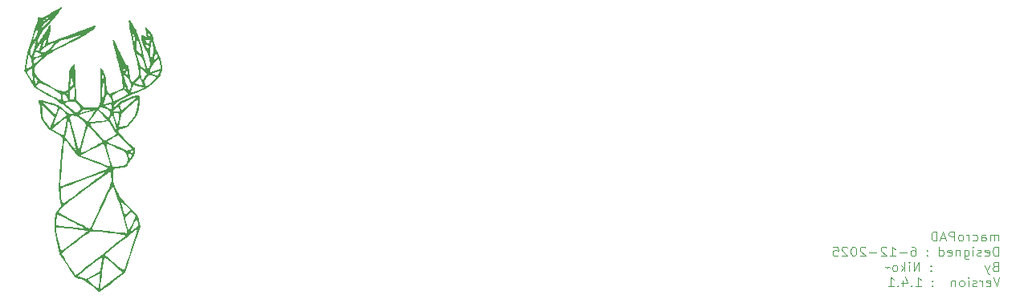
<source format=gbr>
%TF.GenerationSoftware,KiCad,Pcbnew,9.0.6*%
%TF.CreationDate,2025-12-11T12:47:50+11:00*%
%TF.ProjectId,vali-macroPAD,76616c69-2d6d-4616-9372-6f5041442e6b,rev?*%
%TF.SameCoordinates,Original*%
%TF.FileFunction,Legend,Bot*%
%TF.FilePolarity,Positive*%
%FSLAX46Y46*%
G04 Gerber Fmt 4.6, Leading zero omitted, Abs format (unit mm)*
G04 Created by KiCad (PCBNEW 9.0.6) date 2025-12-11 12:47:50*
%MOMM*%
%LPD*%
G01*
G04 APERTURE LIST*
%ADD10C,0.100000*%
%ADD11C,0.000000*%
G04 APERTURE END LIST*
D10*
X208296115Y-113242587D02*
X208296115Y-112575920D01*
X208296115Y-112671158D02*
X208248496Y-112623539D01*
X208248496Y-112623539D02*
X208153258Y-112575920D01*
X208153258Y-112575920D02*
X208010401Y-112575920D01*
X208010401Y-112575920D02*
X207915163Y-112623539D01*
X207915163Y-112623539D02*
X207867544Y-112718777D01*
X207867544Y-112718777D02*
X207867544Y-113242587D01*
X207867544Y-112718777D02*
X207819925Y-112623539D01*
X207819925Y-112623539D02*
X207724687Y-112575920D01*
X207724687Y-112575920D02*
X207581830Y-112575920D01*
X207581830Y-112575920D02*
X207486591Y-112623539D01*
X207486591Y-112623539D02*
X207438972Y-112718777D01*
X207438972Y-112718777D02*
X207438972Y-113242587D01*
X206534211Y-113242587D02*
X206534211Y-112718777D01*
X206534211Y-112718777D02*
X206581830Y-112623539D01*
X206581830Y-112623539D02*
X206677068Y-112575920D01*
X206677068Y-112575920D02*
X206867544Y-112575920D01*
X206867544Y-112575920D02*
X206962782Y-112623539D01*
X206534211Y-113194968D02*
X206629449Y-113242587D01*
X206629449Y-113242587D02*
X206867544Y-113242587D01*
X206867544Y-113242587D02*
X206962782Y-113194968D01*
X206962782Y-113194968D02*
X207010401Y-113099729D01*
X207010401Y-113099729D02*
X207010401Y-113004491D01*
X207010401Y-113004491D02*
X206962782Y-112909253D01*
X206962782Y-112909253D02*
X206867544Y-112861634D01*
X206867544Y-112861634D02*
X206629449Y-112861634D01*
X206629449Y-112861634D02*
X206534211Y-112814015D01*
X205629449Y-113194968D02*
X205724687Y-113242587D01*
X205724687Y-113242587D02*
X205915163Y-113242587D01*
X205915163Y-113242587D02*
X206010401Y-113194968D01*
X206010401Y-113194968D02*
X206058020Y-113147348D01*
X206058020Y-113147348D02*
X206105639Y-113052110D01*
X206105639Y-113052110D02*
X206105639Y-112766396D01*
X206105639Y-112766396D02*
X206058020Y-112671158D01*
X206058020Y-112671158D02*
X206010401Y-112623539D01*
X206010401Y-112623539D02*
X205915163Y-112575920D01*
X205915163Y-112575920D02*
X205724687Y-112575920D01*
X205724687Y-112575920D02*
X205629449Y-112623539D01*
X205200877Y-113242587D02*
X205200877Y-112575920D01*
X205200877Y-112766396D02*
X205153258Y-112671158D01*
X205153258Y-112671158D02*
X205105639Y-112623539D01*
X205105639Y-112623539D02*
X205010401Y-112575920D01*
X205010401Y-112575920D02*
X204915163Y-112575920D01*
X204438972Y-113242587D02*
X204534210Y-113194968D01*
X204534210Y-113194968D02*
X204581829Y-113147348D01*
X204581829Y-113147348D02*
X204629448Y-113052110D01*
X204629448Y-113052110D02*
X204629448Y-112766396D01*
X204629448Y-112766396D02*
X204581829Y-112671158D01*
X204581829Y-112671158D02*
X204534210Y-112623539D01*
X204534210Y-112623539D02*
X204438972Y-112575920D01*
X204438972Y-112575920D02*
X204296115Y-112575920D01*
X204296115Y-112575920D02*
X204200877Y-112623539D01*
X204200877Y-112623539D02*
X204153258Y-112671158D01*
X204153258Y-112671158D02*
X204105639Y-112766396D01*
X204105639Y-112766396D02*
X204105639Y-113052110D01*
X204105639Y-113052110D02*
X204153258Y-113147348D01*
X204153258Y-113147348D02*
X204200877Y-113194968D01*
X204200877Y-113194968D02*
X204296115Y-113242587D01*
X204296115Y-113242587D02*
X204438972Y-113242587D01*
X203677067Y-113242587D02*
X203677067Y-112242587D01*
X203677067Y-112242587D02*
X203296115Y-112242587D01*
X203296115Y-112242587D02*
X203200877Y-112290206D01*
X203200877Y-112290206D02*
X203153258Y-112337825D01*
X203153258Y-112337825D02*
X203105639Y-112433063D01*
X203105639Y-112433063D02*
X203105639Y-112575920D01*
X203105639Y-112575920D02*
X203153258Y-112671158D01*
X203153258Y-112671158D02*
X203200877Y-112718777D01*
X203200877Y-112718777D02*
X203296115Y-112766396D01*
X203296115Y-112766396D02*
X203677067Y-112766396D01*
X202724686Y-112956872D02*
X202248496Y-112956872D01*
X202819924Y-113242587D02*
X202486591Y-112242587D01*
X202486591Y-112242587D02*
X202153258Y-113242587D01*
X201819924Y-113242587D02*
X201819924Y-112242587D01*
X201819924Y-112242587D02*
X201581829Y-112242587D01*
X201581829Y-112242587D02*
X201438972Y-112290206D01*
X201438972Y-112290206D02*
X201343734Y-112385444D01*
X201343734Y-112385444D02*
X201296115Y-112480682D01*
X201296115Y-112480682D02*
X201248496Y-112671158D01*
X201248496Y-112671158D02*
X201248496Y-112814015D01*
X201248496Y-112814015D02*
X201296115Y-113004491D01*
X201296115Y-113004491D02*
X201343734Y-113099729D01*
X201343734Y-113099729D02*
X201438972Y-113194968D01*
X201438972Y-113194968D02*
X201581829Y-113242587D01*
X201581829Y-113242587D02*
X201819924Y-113242587D01*
X208296115Y-114852531D02*
X208296115Y-113852531D01*
X208296115Y-113852531D02*
X208058020Y-113852531D01*
X208058020Y-113852531D02*
X207915163Y-113900150D01*
X207915163Y-113900150D02*
X207819925Y-113995388D01*
X207819925Y-113995388D02*
X207772306Y-114090626D01*
X207772306Y-114090626D02*
X207724687Y-114281102D01*
X207724687Y-114281102D02*
X207724687Y-114423959D01*
X207724687Y-114423959D02*
X207772306Y-114614435D01*
X207772306Y-114614435D02*
X207819925Y-114709673D01*
X207819925Y-114709673D02*
X207915163Y-114804912D01*
X207915163Y-114804912D02*
X208058020Y-114852531D01*
X208058020Y-114852531D02*
X208296115Y-114852531D01*
X206915163Y-114804912D02*
X207010401Y-114852531D01*
X207010401Y-114852531D02*
X207200877Y-114852531D01*
X207200877Y-114852531D02*
X207296115Y-114804912D01*
X207296115Y-114804912D02*
X207343734Y-114709673D01*
X207343734Y-114709673D02*
X207343734Y-114328721D01*
X207343734Y-114328721D02*
X207296115Y-114233483D01*
X207296115Y-114233483D02*
X207200877Y-114185864D01*
X207200877Y-114185864D02*
X207010401Y-114185864D01*
X207010401Y-114185864D02*
X206915163Y-114233483D01*
X206915163Y-114233483D02*
X206867544Y-114328721D01*
X206867544Y-114328721D02*
X206867544Y-114423959D01*
X206867544Y-114423959D02*
X207343734Y-114519197D01*
X206486591Y-114804912D02*
X206391353Y-114852531D01*
X206391353Y-114852531D02*
X206200877Y-114852531D01*
X206200877Y-114852531D02*
X206105639Y-114804912D01*
X206105639Y-114804912D02*
X206058020Y-114709673D01*
X206058020Y-114709673D02*
X206058020Y-114662054D01*
X206058020Y-114662054D02*
X206105639Y-114566816D01*
X206105639Y-114566816D02*
X206200877Y-114519197D01*
X206200877Y-114519197D02*
X206343734Y-114519197D01*
X206343734Y-114519197D02*
X206438972Y-114471578D01*
X206438972Y-114471578D02*
X206486591Y-114376340D01*
X206486591Y-114376340D02*
X206486591Y-114328721D01*
X206486591Y-114328721D02*
X206438972Y-114233483D01*
X206438972Y-114233483D02*
X206343734Y-114185864D01*
X206343734Y-114185864D02*
X206200877Y-114185864D01*
X206200877Y-114185864D02*
X206105639Y-114233483D01*
X205629448Y-114852531D02*
X205629448Y-114185864D01*
X205629448Y-113852531D02*
X205677067Y-113900150D01*
X205677067Y-113900150D02*
X205629448Y-113947769D01*
X205629448Y-113947769D02*
X205581829Y-113900150D01*
X205581829Y-113900150D02*
X205629448Y-113852531D01*
X205629448Y-113852531D02*
X205629448Y-113947769D01*
X204724687Y-114185864D02*
X204724687Y-114995388D01*
X204724687Y-114995388D02*
X204772306Y-115090626D01*
X204772306Y-115090626D02*
X204819925Y-115138245D01*
X204819925Y-115138245D02*
X204915163Y-115185864D01*
X204915163Y-115185864D02*
X205058020Y-115185864D01*
X205058020Y-115185864D02*
X205153258Y-115138245D01*
X204724687Y-114804912D02*
X204819925Y-114852531D01*
X204819925Y-114852531D02*
X205010401Y-114852531D01*
X205010401Y-114852531D02*
X205105639Y-114804912D01*
X205105639Y-114804912D02*
X205153258Y-114757292D01*
X205153258Y-114757292D02*
X205200877Y-114662054D01*
X205200877Y-114662054D02*
X205200877Y-114376340D01*
X205200877Y-114376340D02*
X205153258Y-114281102D01*
X205153258Y-114281102D02*
X205105639Y-114233483D01*
X205105639Y-114233483D02*
X205010401Y-114185864D01*
X205010401Y-114185864D02*
X204819925Y-114185864D01*
X204819925Y-114185864D02*
X204724687Y-114233483D01*
X204248496Y-114185864D02*
X204248496Y-114852531D01*
X204248496Y-114281102D02*
X204200877Y-114233483D01*
X204200877Y-114233483D02*
X204105639Y-114185864D01*
X204105639Y-114185864D02*
X203962782Y-114185864D01*
X203962782Y-114185864D02*
X203867544Y-114233483D01*
X203867544Y-114233483D02*
X203819925Y-114328721D01*
X203819925Y-114328721D02*
X203819925Y-114852531D01*
X202962782Y-114804912D02*
X203058020Y-114852531D01*
X203058020Y-114852531D02*
X203248496Y-114852531D01*
X203248496Y-114852531D02*
X203343734Y-114804912D01*
X203343734Y-114804912D02*
X203391353Y-114709673D01*
X203391353Y-114709673D02*
X203391353Y-114328721D01*
X203391353Y-114328721D02*
X203343734Y-114233483D01*
X203343734Y-114233483D02*
X203248496Y-114185864D01*
X203248496Y-114185864D02*
X203058020Y-114185864D01*
X203058020Y-114185864D02*
X202962782Y-114233483D01*
X202962782Y-114233483D02*
X202915163Y-114328721D01*
X202915163Y-114328721D02*
X202915163Y-114423959D01*
X202915163Y-114423959D02*
X203391353Y-114519197D01*
X202058020Y-114852531D02*
X202058020Y-113852531D01*
X202058020Y-114804912D02*
X202153258Y-114852531D01*
X202153258Y-114852531D02*
X202343734Y-114852531D01*
X202343734Y-114852531D02*
X202438972Y-114804912D01*
X202438972Y-114804912D02*
X202486591Y-114757292D01*
X202486591Y-114757292D02*
X202534210Y-114662054D01*
X202534210Y-114662054D02*
X202534210Y-114376340D01*
X202534210Y-114376340D02*
X202486591Y-114281102D01*
X202486591Y-114281102D02*
X202438972Y-114233483D01*
X202438972Y-114233483D02*
X202343734Y-114185864D01*
X202343734Y-114185864D02*
X202153258Y-114185864D01*
X202153258Y-114185864D02*
X202058020Y-114233483D01*
X200819924Y-114757292D02*
X200772305Y-114804912D01*
X200772305Y-114804912D02*
X200819924Y-114852531D01*
X200819924Y-114852531D02*
X200867543Y-114804912D01*
X200867543Y-114804912D02*
X200819924Y-114757292D01*
X200819924Y-114757292D02*
X200819924Y-114852531D01*
X200819924Y-114233483D02*
X200772305Y-114281102D01*
X200772305Y-114281102D02*
X200819924Y-114328721D01*
X200819924Y-114328721D02*
X200867543Y-114281102D01*
X200867543Y-114281102D02*
X200819924Y-114233483D01*
X200819924Y-114233483D02*
X200819924Y-114328721D01*
X199153258Y-113852531D02*
X199343734Y-113852531D01*
X199343734Y-113852531D02*
X199438972Y-113900150D01*
X199438972Y-113900150D02*
X199486591Y-113947769D01*
X199486591Y-113947769D02*
X199581829Y-114090626D01*
X199581829Y-114090626D02*
X199629448Y-114281102D01*
X199629448Y-114281102D02*
X199629448Y-114662054D01*
X199629448Y-114662054D02*
X199581829Y-114757292D01*
X199581829Y-114757292D02*
X199534210Y-114804912D01*
X199534210Y-114804912D02*
X199438972Y-114852531D01*
X199438972Y-114852531D02*
X199248496Y-114852531D01*
X199248496Y-114852531D02*
X199153258Y-114804912D01*
X199153258Y-114804912D02*
X199105639Y-114757292D01*
X199105639Y-114757292D02*
X199058020Y-114662054D01*
X199058020Y-114662054D02*
X199058020Y-114423959D01*
X199058020Y-114423959D02*
X199105639Y-114328721D01*
X199105639Y-114328721D02*
X199153258Y-114281102D01*
X199153258Y-114281102D02*
X199248496Y-114233483D01*
X199248496Y-114233483D02*
X199438972Y-114233483D01*
X199438972Y-114233483D02*
X199534210Y-114281102D01*
X199534210Y-114281102D02*
X199581829Y-114328721D01*
X199581829Y-114328721D02*
X199629448Y-114423959D01*
X198629448Y-114471578D02*
X197867544Y-114471578D01*
X196867544Y-114852531D02*
X197438972Y-114852531D01*
X197153258Y-114852531D02*
X197153258Y-113852531D01*
X197153258Y-113852531D02*
X197248496Y-113995388D01*
X197248496Y-113995388D02*
X197343734Y-114090626D01*
X197343734Y-114090626D02*
X197438972Y-114138245D01*
X196486591Y-113947769D02*
X196438972Y-113900150D01*
X196438972Y-113900150D02*
X196343734Y-113852531D01*
X196343734Y-113852531D02*
X196105639Y-113852531D01*
X196105639Y-113852531D02*
X196010401Y-113900150D01*
X196010401Y-113900150D02*
X195962782Y-113947769D01*
X195962782Y-113947769D02*
X195915163Y-114043007D01*
X195915163Y-114043007D02*
X195915163Y-114138245D01*
X195915163Y-114138245D02*
X195962782Y-114281102D01*
X195962782Y-114281102D02*
X196534210Y-114852531D01*
X196534210Y-114852531D02*
X195915163Y-114852531D01*
X195486591Y-114471578D02*
X194724687Y-114471578D01*
X194296115Y-113947769D02*
X194248496Y-113900150D01*
X194248496Y-113900150D02*
X194153258Y-113852531D01*
X194153258Y-113852531D02*
X193915163Y-113852531D01*
X193915163Y-113852531D02*
X193819925Y-113900150D01*
X193819925Y-113900150D02*
X193772306Y-113947769D01*
X193772306Y-113947769D02*
X193724687Y-114043007D01*
X193724687Y-114043007D02*
X193724687Y-114138245D01*
X193724687Y-114138245D02*
X193772306Y-114281102D01*
X193772306Y-114281102D02*
X194343734Y-114852531D01*
X194343734Y-114852531D02*
X193724687Y-114852531D01*
X193105639Y-113852531D02*
X193010401Y-113852531D01*
X193010401Y-113852531D02*
X192915163Y-113900150D01*
X192915163Y-113900150D02*
X192867544Y-113947769D01*
X192867544Y-113947769D02*
X192819925Y-114043007D01*
X192819925Y-114043007D02*
X192772306Y-114233483D01*
X192772306Y-114233483D02*
X192772306Y-114471578D01*
X192772306Y-114471578D02*
X192819925Y-114662054D01*
X192819925Y-114662054D02*
X192867544Y-114757292D01*
X192867544Y-114757292D02*
X192915163Y-114804912D01*
X192915163Y-114804912D02*
X193010401Y-114852531D01*
X193010401Y-114852531D02*
X193105639Y-114852531D01*
X193105639Y-114852531D02*
X193200877Y-114804912D01*
X193200877Y-114804912D02*
X193248496Y-114757292D01*
X193248496Y-114757292D02*
X193296115Y-114662054D01*
X193296115Y-114662054D02*
X193343734Y-114471578D01*
X193343734Y-114471578D02*
X193343734Y-114233483D01*
X193343734Y-114233483D02*
X193296115Y-114043007D01*
X193296115Y-114043007D02*
X193248496Y-113947769D01*
X193248496Y-113947769D02*
X193200877Y-113900150D01*
X193200877Y-113900150D02*
X193105639Y-113852531D01*
X192391353Y-113947769D02*
X192343734Y-113900150D01*
X192343734Y-113900150D02*
X192248496Y-113852531D01*
X192248496Y-113852531D02*
X192010401Y-113852531D01*
X192010401Y-113852531D02*
X191915163Y-113900150D01*
X191915163Y-113900150D02*
X191867544Y-113947769D01*
X191867544Y-113947769D02*
X191819925Y-114043007D01*
X191819925Y-114043007D02*
X191819925Y-114138245D01*
X191819925Y-114138245D02*
X191867544Y-114281102D01*
X191867544Y-114281102D02*
X192438972Y-114852531D01*
X192438972Y-114852531D02*
X191819925Y-114852531D01*
X190915163Y-113852531D02*
X191391353Y-113852531D01*
X191391353Y-113852531D02*
X191438972Y-114328721D01*
X191438972Y-114328721D02*
X191391353Y-114281102D01*
X191391353Y-114281102D02*
X191296115Y-114233483D01*
X191296115Y-114233483D02*
X191058020Y-114233483D01*
X191058020Y-114233483D02*
X190962782Y-114281102D01*
X190962782Y-114281102D02*
X190915163Y-114328721D01*
X190915163Y-114328721D02*
X190867544Y-114423959D01*
X190867544Y-114423959D02*
X190867544Y-114662054D01*
X190867544Y-114662054D02*
X190915163Y-114757292D01*
X190915163Y-114757292D02*
X190962782Y-114804912D01*
X190962782Y-114804912D02*
X191058020Y-114852531D01*
X191058020Y-114852531D02*
X191296115Y-114852531D01*
X191296115Y-114852531D02*
X191391353Y-114804912D01*
X191391353Y-114804912D02*
X191438972Y-114757292D01*
X207962782Y-115938665D02*
X207819925Y-115986284D01*
X207819925Y-115986284D02*
X207772306Y-116033903D01*
X207772306Y-116033903D02*
X207724687Y-116129141D01*
X207724687Y-116129141D02*
X207724687Y-116271998D01*
X207724687Y-116271998D02*
X207772306Y-116367236D01*
X207772306Y-116367236D02*
X207819925Y-116414856D01*
X207819925Y-116414856D02*
X207915163Y-116462475D01*
X207915163Y-116462475D02*
X208296115Y-116462475D01*
X208296115Y-116462475D02*
X208296115Y-115462475D01*
X208296115Y-115462475D02*
X207962782Y-115462475D01*
X207962782Y-115462475D02*
X207867544Y-115510094D01*
X207867544Y-115510094D02*
X207819925Y-115557713D01*
X207819925Y-115557713D02*
X207772306Y-115652951D01*
X207772306Y-115652951D02*
X207772306Y-115748189D01*
X207772306Y-115748189D02*
X207819925Y-115843427D01*
X207819925Y-115843427D02*
X207867544Y-115891046D01*
X207867544Y-115891046D02*
X207962782Y-115938665D01*
X207962782Y-115938665D02*
X208296115Y-115938665D01*
X207391353Y-115795808D02*
X207153258Y-116462475D01*
X206915163Y-115795808D02*
X207153258Y-116462475D01*
X207153258Y-116462475D02*
X207248496Y-116700570D01*
X207248496Y-116700570D02*
X207296115Y-116748189D01*
X207296115Y-116748189D02*
X207391353Y-116795808D01*
X201200875Y-116367236D02*
X201153256Y-116414856D01*
X201153256Y-116414856D02*
X201200875Y-116462475D01*
X201200875Y-116462475D02*
X201248494Y-116414856D01*
X201248494Y-116414856D02*
X201200875Y-116367236D01*
X201200875Y-116367236D02*
X201200875Y-116462475D01*
X201200875Y-115843427D02*
X201153256Y-115891046D01*
X201153256Y-115891046D02*
X201200875Y-115938665D01*
X201200875Y-115938665D02*
X201248494Y-115891046D01*
X201248494Y-115891046D02*
X201200875Y-115843427D01*
X201200875Y-115843427D02*
X201200875Y-115938665D01*
X199962780Y-116462475D02*
X199962780Y-115462475D01*
X199962780Y-115462475D02*
X199391352Y-116462475D01*
X199391352Y-116462475D02*
X199391352Y-115462475D01*
X198915161Y-116462475D02*
X198915161Y-115795808D01*
X198915161Y-115462475D02*
X198962780Y-115510094D01*
X198962780Y-115510094D02*
X198915161Y-115557713D01*
X198915161Y-115557713D02*
X198867542Y-115510094D01*
X198867542Y-115510094D02*
X198915161Y-115462475D01*
X198915161Y-115462475D02*
X198915161Y-115557713D01*
X198438971Y-116462475D02*
X198438971Y-115462475D01*
X198343733Y-116081522D02*
X198058019Y-116462475D01*
X198058019Y-115795808D02*
X198438971Y-116176760D01*
X197486590Y-116462475D02*
X197581828Y-116414856D01*
X197581828Y-116414856D02*
X197629447Y-116367236D01*
X197629447Y-116367236D02*
X197677066Y-116271998D01*
X197677066Y-116271998D02*
X197677066Y-115986284D01*
X197677066Y-115986284D02*
X197629447Y-115891046D01*
X197629447Y-115891046D02*
X197581828Y-115843427D01*
X197581828Y-115843427D02*
X197486590Y-115795808D01*
X197486590Y-115795808D02*
X197343733Y-115795808D01*
X197343733Y-115795808D02*
X197248495Y-115843427D01*
X197248495Y-115843427D02*
X197200876Y-115891046D01*
X197200876Y-115891046D02*
X197153257Y-115986284D01*
X197153257Y-115986284D02*
X197153257Y-116271998D01*
X197153257Y-116271998D02*
X197200876Y-116367236D01*
X197200876Y-116367236D02*
X197248495Y-116414856D01*
X197248495Y-116414856D02*
X197343733Y-116462475D01*
X197343733Y-116462475D02*
X197486590Y-116462475D01*
X196867542Y-116081522D02*
X196819923Y-116033903D01*
X196819923Y-116033903D02*
X196724685Y-115986284D01*
X196724685Y-115986284D02*
X196534209Y-116081522D01*
X196534209Y-116081522D02*
X196438971Y-116033903D01*
X196438971Y-116033903D02*
X196391352Y-115986284D01*
X208438972Y-117072419D02*
X208105639Y-118072419D01*
X208105639Y-118072419D02*
X207772306Y-117072419D01*
X207058020Y-118024800D02*
X207153258Y-118072419D01*
X207153258Y-118072419D02*
X207343734Y-118072419D01*
X207343734Y-118072419D02*
X207438972Y-118024800D01*
X207438972Y-118024800D02*
X207486591Y-117929561D01*
X207486591Y-117929561D02*
X207486591Y-117548609D01*
X207486591Y-117548609D02*
X207438972Y-117453371D01*
X207438972Y-117453371D02*
X207343734Y-117405752D01*
X207343734Y-117405752D02*
X207153258Y-117405752D01*
X207153258Y-117405752D02*
X207058020Y-117453371D01*
X207058020Y-117453371D02*
X207010401Y-117548609D01*
X207010401Y-117548609D02*
X207010401Y-117643847D01*
X207010401Y-117643847D02*
X207486591Y-117739085D01*
X206581829Y-118072419D02*
X206581829Y-117405752D01*
X206581829Y-117596228D02*
X206534210Y-117500990D01*
X206534210Y-117500990D02*
X206486591Y-117453371D01*
X206486591Y-117453371D02*
X206391353Y-117405752D01*
X206391353Y-117405752D02*
X206296115Y-117405752D01*
X206010400Y-118024800D02*
X205915162Y-118072419D01*
X205915162Y-118072419D02*
X205724686Y-118072419D01*
X205724686Y-118072419D02*
X205629448Y-118024800D01*
X205629448Y-118024800D02*
X205581829Y-117929561D01*
X205581829Y-117929561D02*
X205581829Y-117881942D01*
X205581829Y-117881942D02*
X205629448Y-117786704D01*
X205629448Y-117786704D02*
X205724686Y-117739085D01*
X205724686Y-117739085D02*
X205867543Y-117739085D01*
X205867543Y-117739085D02*
X205962781Y-117691466D01*
X205962781Y-117691466D02*
X206010400Y-117596228D01*
X206010400Y-117596228D02*
X206010400Y-117548609D01*
X206010400Y-117548609D02*
X205962781Y-117453371D01*
X205962781Y-117453371D02*
X205867543Y-117405752D01*
X205867543Y-117405752D02*
X205724686Y-117405752D01*
X205724686Y-117405752D02*
X205629448Y-117453371D01*
X205153257Y-118072419D02*
X205153257Y-117405752D01*
X205153257Y-117072419D02*
X205200876Y-117120038D01*
X205200876Y-117120038D02*
X205153257Y-117167657D01*
X205153257Y-117167657D02*
X205105638Y-117120038D01*
X205105638Y-117120038D02*
X205153257Y-117072419D01*
X205153257Y-117072419D02*
X205153257Y-117167657D01*
X204534210Y-118072419D02*
X204629448Y-118024800D01*
X204629448Y-118024800D02*
X204677067Y-117977180D01*
X204677067Y-117977180D02*
X204724686Y-117881942D01*
X204724686Y-117881942D02*
X204724686Y-117596228D01*
X204724686Y-117596228D02*
X204677067Y-117500990D01*
X204677067Y-117500990D02*
X204629448Y-117453371D01*
X204629448Y-117453371D02*
X204534210Y-117405752D01*
X204534210Y-117405752D02*
X204391353Y-117405752D01*
X204391353Y-117405752D02*
X204296115Y-117453371D01*
X204296115Y-117453371D02*
X204248496Y-117500990D01*
X204248496Y-117500990D02*
X204200877Y-117596228D01*
X204200877Y-117596228D02*
X204200877Y-117881942D01*
X204200877Y-117881942D02*
X204248496Y-117977180D01*
X204248496Y-117977180D02*
X204296115Y-118024800D01*
X204296115Y-118024800D02*
X204391353Y-118072419D01*
X204391353Y-118072419D02*
X204534210Y-118072419D01*
X203772305Y-117405752D02*
X203772305Y-118072419D01*
X203772305Y-117500990D02*
X203724686Y-117453371D01*
X203724686Y-117453371D02*
X203629448Y-117405752D01*
X203629448Y-117405752D02*
X203486591Y-117405752D01*
X203486591Y-117405752D02*
X203391353Y-117453371D01*
X203391353Y-117453371D02*
X203343734Y-117548609D01*
X203343734Y-117548609D02*
X203343734Y-118072419D01*
X201343733Y-117977180D02*
X201296114Y-118024800D01*
X201296114Y-118024800D02*
X201343733Y-118072419D01*
X201343733Y-118072419D02*
X201391352Y-118024800D01*
X201391352Y-118024800D02*
X201343733Y-117977180D01*
X201343733Y-117977180D02*
X201343733Y-118072419D01*
X201343733Y-117453371D02*
X201296114Y-117500990D01*
X201296114Y-117500990D02*
X201343733Y-117548609D01*
X201343733Y-117548609D02*
X201391352Y-117500990D01*
X201391352Y-117500990D02*
X201343733Y-117453371D01*
X201343733Y-117453371D02*
X201343733Y-117548609D01*
X199581829Y-118072419D02*
X200153257Y-118072419D01*
X199867543Y-118072419D02*
X199867543Y-117072419D01*
X199867543Y-117072419D02*
X199962781Y-117215276D01*
X199962781Y-117215276D02*
X200058019Y-117310514D01*
X200058019Y-117310514D02*
X200153257Y-117358133D01*
X199153257Y-117977180D02*
X199105638Y-118024800D01*
X199105638Y-118024800D02*
X199153257Y-118072419D01*
X199153257Y-118072419D02*
X199200876Y-118024800D01*
X199200876Y-118024800D02*
X199153257Y-117977180D01*
X199153257Y-117977180D02*
X199153257Y-118072419D01*
X198248496Y-117405752D02*
X198248496Y-118072419D01*
X198486591Y-117024800D02*
X198724686Y-117739085D01*
X198724686Y-117739085D02*
X198105639Y-117739085D01*
X197724686Y-117977180D02*
X197677067Y-118024800D01*
X197677067Y-118024800D02*
X197724686Y-118072419D01*
X197724686Y-118072419D02*
X197772305Y-118024800D01*
X197772305Y-118024800D02*
X197724686Y-117977180D01*
X197724686Y-117977180D02*
X197724686Y-118072419D01*
X196724687Y-118072419D02*
X197296115Y-118072419D01*
X197010401Y-118072419D02*
X197010401Y-117072419D01*
X197010401Y-117072419D02*
X197105639Y-117215276D01*
X197105639Y-117215276D02*
X197200877Y-117310514D01*
X197200877Y-117310514D02*
X197296115Y-117358133D01*
D11*
%TO.C,G\u002A\u002A\u002A*%
G36*
X108720738Y-89748488D02*
G01*
X108442384Y-90066991D01*
X108369012Y-90150153D01*
X107961174Y-90618484D01*
X107659514Y-90980771D01*
X107658111Y-90982622D01*
X107444667Y-91264200D01*
X107297266Y-91495959D01*
X107197948Y-91703235D01*
X107127348Y-91913216D01*
X107089369Y-92055811D01*
X107065231Y-92146438D01*
X107016058Y-92372877D01*
X107010033Y-92473242D01*
X107013186Y-92473368D01*
X107085917Y-92389173D01*
X107234999Y-92178247D01*
X107428439Y-91887777D01*
X107631853Y-91887777D01*
X107678890Y-91934814D01*
X107725927Y-91887777D01*
X107678890Y-91840740D01*
X107631853Y-91887777D01*
X107428439Y-91887777D01*
X107440701Y-91869364D01*
X107683292Y-91491303D01*
X107692614Y-91476537D01*
X107966992Y-91041583D01*
X108157417Y-90741416D01*
X108280735Y-90552932D01*
X108353797Y-90453028D01*
X108393450Y-90418599D01*
X108416544Y-90426541D01*
X108439926Y-90453751D01*
X108447093Y-90504311D01*
X108425628Y-90707446D01*
X108369838Y-91024533D01*
X108286451Y-91413487D01*
X108229633Y-91666816D01*
X108187221Y-91873150D01*
X108159228Y-92009337D01*
X108117964Y-92250543D01*
X108113378Y-92349652D01*
X108114454Y-92350086D01*
X108219199Y-92321627D01*
X108474799Y-92233799D01*
X108858374Y-92094994D01*
X109347044Y-91913604D01*
X109917929Y-91698020D01*
X110548149Y-91456635D01*
X110861572Y-91335949D01*
X111411456Y-91335949D01*
X111488890Y-91370370D01*
X111538692Y-91363581D01*
X111551606Y-91307654D01*
X111537817Y-91296395D01*
X111426174Y-91307654D01*
X111411456Y-91335949D01*
X110861572Y-91335949D01*
X110992243Y-91285633D01*
X111139578Y-91229259D01*
X111677038Y-91229259D01*
X111724075Y-91276296D01*
X111771112Y-91229259D01*
X111724075Y-91182222D01*
X111677038Y-91229259D01*
X111139578Y-91229259D01*
X111385442Y-91135185D01*
X112335556Y-91135185D01*
X112382593Y-91182222D01*
X112429630Y-91135185D01*
X112382593Y-91088148D01*
X112335556Y-91135185D01*
X111385442Y-91135185D01*
X111653296Y-91032697D01*
X112167500Y-90839282D01*
X112552951Y-90699494D01*
X112827743Y-90607440D01*
X113009970Y-90557226D01*
X113117730Y-90542958D01*
X113169115Y-90558742D01*
X113182223Y-90598685D01*
X113178323Y-90631292D01*
X113072946Y-90800202D01*
X112819717Y-91020316D01*
X112649771Y-91135185D01*
X112510591Y-91229259D01*
X112413167Y-91295109D01*
X112391866Y-91307654D01*
X112058490Y-91503992D01*
X111847826Y-91628060D01*
X111118223Y-92022644D01*
X110218890Y-92482340D01*
X109963040Y-92610487D01*
X109331709Y-92928930D01*
X108836149Y-93184875D01*
X108451772Y-93393450D01*
X108178697Y-93555149D01*
X108153992Y-93569778D01*
X107918219Y-93728986D01*
X107917982Y-93729174D01*
X107719867Y-93886199D01*
X107534348Y-94056544D01*
X107337073Y-94255144D01*
X107119598Y-94484795D01*
X107092714Y-94517195D01*
X106840912Y-94820662D01*
X106695287Y-95092602D01*
X106674866Y-95336215D01*
X106771790Y-95587102D01*
X106978198Y-95880864D01*
X107003976Y-95912965D01*
X107224063Y-96147947D01*
X107428820Y-96313384D01*
X107503827Y-96373987D01*
X107881104Y-96618572D01*
X108393733Y-96909192D01*
X108582881Y-97011040D01*
X109072058Y-97257373D01*
X109442501Y-97407959D01*
X109722233Y-97470076D01*
X109939276Y-97451003D01*
X110121652Y-97358020D01*
X110174469Y-97309424D01*
X110238830Y-97190632D01*
X110283154Y-96990887D01*
X110294265Y-96877520D01*
X110475423Y-96877520D01*
X110483625Y-96981649D01*
X110550130Y-96956763D01*
X110683812Y-96832686D01*
X110721016Y-96790081D01*
X110794628Y-96662606D01*
X110791236Y-96504733D01*
X110714621Y-96244229D01*
X110579562Y-95839054D01*
X110514434Y-96393192D01*
X110489142Y-96642418D01*
X110475423Y-96877520D01*
X110294265Y-96877520D01*
X110314168Y-96674458D01*
X110338597Y-96205612D01*
X110359303Y-95789683D01*
X110374114Y-95622767D01*
X110755643Y-95622767D01*
X110768068Y-95815370D01*
X110800733Y-95831328D01*
X110815517Y-95697777D01*
X110802404Y-95568367D01*
X110768068Y-95580185D01*
X110755643Y-95622767D01*
X110374114Y-95622767D01*
X110389691Y-95447216D01*
X110435687Y-95210124D01*
X110506363Y-95034048D01*
X110610790Y-94874629D01*
X110662000Y-94808732D01*
X110817138Y-94637524D01*
X110917240Y-94568888D01*
X110922619Y-94573197D01*
X110950120Y-94699369D01*
X110980149Y-94979533D01*
X111010537Y-95385639D01*
X111028235Y-95697777D01*
X111039114Y-95889639D01*
X111063713Y-96463483D01*
X111070984Y-96662606D01*
X111105574Y-97609897D01*
X111132893Y-98358078D01*
X111183694Y-98413190D01*
X111511021Y-98768298D01*
X111889148Y-99178518D01*
X112606241Y-99175526D01*
X112865400Y-99175071D01*
X113139419Y-99165264D01*
X113341916Y-99124377D01*
X113483494Y-99029973D01*
X113492534Y-99013099D01*
X114110561Y-99013099D01*
X114401258Y-99189882D01*
X114526051Y-99265391D01*
X114675487Y-99346008D01*
X114751781Y-99353511D01*
X114812840Y-99303950D01*
X114851746Y-99228687D01*
X114874210Y-99051692D01*
X114854434Y-98879572D01*
X114795520Y-98802222D01*
X114789342Y-98802467D01*
X114641378Y-98835627D01*
X114413023Y-98907660D01*
X114110561Y-99013099D01*
X113492534Y-99013099D01*
X113574760Y-98859618D01*
X113603293Y-98710892D01*
X114002428Y-98710892D01*
X114025102Y-98782419D01*
X114105614Y-98793737D01*
X114140696Y-98790930D01*
X114357919Y-98752037D01*
X114599150Y-98686816D01*
X114794868Y-98616250D01*
X114875556Y-98561325D01*
X114837260Y-98412799D01*
X114729869Y-98174088D01*
X114623170Y-97986795D01*
X114899554Y-97986795D01*
X114919979Y-98123878D01*
X114978783Y-98311001D01*
X115046843Y-98441118D01*
X115076084Y-98445853D01*
X115242963Y-98399820D01*
X115515861Y-98288310D01*
X115853282Y-98127463D01*
X116595822Y-97751578D01*
X116474963Y-97630719D01*
X116877180Y-97630719D01*
X116887090Y-97629983D01*
X117019075Y-97586263D01*
X117269920Y-97490764D01*
X117596996Y-97359544D01*
X118295844Y-97073366D01*
X117738107Y-96914963D01*
X117474676Y-96848726D01*
X117234672Y-96808132D01*
X117118558Y-96815131D01*
X117103444Y-96835542D01*
X117033870Y-96996905D01*
X116956478Y-97244710D01*
X116933629Y-97331827D01*
X116886067Y-97540200D01*
X116877180Y-97630719D01*
X116474963Y-97630719D01*
X116347967Y-97503723D01*
X116100112Y-97255868D01*
X115478563Y-97562368D01*
X115336029Y-97633234D01*
X115075289Y-97773932D01*
X114940561Y-97880965D01*
X114899554Y-97986795D01*
X114623170Y-97986795D01*
X114595432Y-97938105D01*
X114476580Y-97787527D01*
X114405703Y-97745410D01*
X114330291Y-97776916D01*
X114248861Y-97929982D01*
X114138917Y-98234378D01*
X114039908Y-98540250D01*
X114002428Y-98710892D01*
X113603293Y-98710892D01*
X113626319Y-98590875D01*
X113648775Y-98201310D01*
X113652734Y-97668487D01*
X113652718Y-97665599D01*
X113860587Y-97665599D01*
X113887778Y-98378888D01*
X114011785Y-98002592D01*
X114059155Y-97800850D01*
X114101478Y-97417970D01*
X114104773Y-97014814D01*
X114099226Y-96907434D01*
X114080887Y-96634329D01*
X114057295Y-96520170D01*
X114018255Y-96542240D01*
X113953576Y-96677821D01*
X113905253Y-96845314D01*
X113863419Y-97209612D01*
X113860587Y-97665599D01*
X113652718Y-97665599D01*
X113648800Y-96969970D01*
X113648058Y-96805176D01*
X113648161Y-96234490D01*
X113650843Y-95914148D01*
X113840741Y-95914148D01*
X113841277Y-95973296D01*
X113853753Y-96179082D01*
X113877580Y-96262222D01*
X113880301Y-96262086D01*
X113941782Y-96177031D01*
X113978151Y-95992628D01*
X113980525Y-95793772D01*
X113940023Y-95665355D01*
X113911796Y-95644014D01*
X113857698Y-95692469D01*
X113840741Y-95914148D01*
X113650843Y-95914148D01*
X113652320Y-95737714D01*
X113660029Y-95343406D01*
X113670783Y-95080121D01*
X113684077Y-94976417D01*
X113717106Y-94987792D01*
X113823426Y-95114275D01*
X113965537Y-95337614D01*
X114025704Y-95449251D01*
X114139201Y-95740356D01*
X114150343Y-95793772D01*
X114214522Y-96101450D01*
X114265782Y-96591481D01*
X114270158Y-96647718D01*
X114306099Y-97014814D01*
X114309954Y-97054186D01*
X114358895Y-97319358D01*
X114428004Y-97485339D01*
X114528304Y-97594233D01*
X114591372Y-97640856D01*
X114698340Y-97685212D01*
X114834519Y-97669737D01*
X115045668Y-97585163D01*
X115377549Y-97422223D01*
X116029059Y-97094127D01*
X116014975Y-96938707D01*
X116199205Y-96938707D01*
X116218781Y-97121893D01*
X116286667Y-97249999D01*
X116360896Y-97242709D01*
X116361855Y-97104455D01*
X116286667Y-96873703D01*
X116244264Y-96782764D01*
X116210606Y-96773839D01*
X116199205Y-96938707D01*
X116014975Y-96938707D01*
X115964318Y-96379683D01*
X115959951Y-96333156D01*
X115915666Y-95969285D01*
X115863000Y-95672209D01*
X115834613Y-95576895D01*
X116072364Y-95576895D01*
X116105421Y-95727588D01*
X116184068Y-96000086D01*
X116299359Y-96361541D01*
X116382147Y-96606424D01*
X116507318Y-96956000D01*
X116565651Y-97104455D01*
X116607996Y-97212220D01*
X116667871Y-97332127D01*
X116693624Y-97339699D01*
X116772810Y-97245743D01*
X116857144Y-97031778D01*
X116876545Y-96964757D01*
X116907224Y-96807579D01*
X116893928Y-96660110D01*
X116864545Y-96592703D01*
X117297500Y-96592703D01*
X117389145Y-96646686D01*
X117398699Y-96650161D01*
X117640349Y-96723336D01*
X117891356Y-96779348D01*
X118088397Y-96806347D01*
X118168149Y-96792481D01*
X118162303Y-96770816D01*
X118091937Y-96624842D01*
X118037030Y-96527079D01*
X118293239Y-96527079D01*
X118357815Y-96688392D01*
X118423627Y-96792481D01*
X118433173Y-96807579D01*
X118457958Y-96846779D01*
X118536823Y-96917746D01*
X118580890Y-96900903D01*
X118734310Y-96790764D01*
X118941922Y-96610668D01*
X119164227Y-96398990D01*
X119361729Y-96194109D01*
X119494930Y-96034401D01*
X119524333Y-95958243D01*
X119504710Y-95948052D01*
X119333244Y-95884189D01*
X119082257Y-95808644D01*
X118917084Y-95767055D01*
X118760029Y-95765662D01*
X118636871Y-95860886D01*
X118479915Y-96083633D01*
X118426999Y-96164809D01*
X118311626Y-96375705D01*
X118293239Y-96527079D01*
X118037030Y-96527079D01*
X117967430Y-96403153D01*
X117766711Y-96062960D01*
X117494167Y-96324074D01*
X117468984Y-96348301D01*
X117319440Y-96507597D01*
X117297500Y-96592703D01*
X116864545Y-96592703D01*
X116820683Y-96492079D01*
X116671516Y-96273216D01*
X116430454Y-95973250D01*
X116081524Y-95561911D01*
X116072364Y-95576895D01*
X115834613Y-95576895D01*
X115822822Y-95537304D01*
X116298627Y-95537304D01*
X116407620Y-95670899D01*
X116417998Y-95681244D01*
X116520382Y-95765713D01*
X116561401Y-95717786D01*
X116568890Y-95509629D01*
X116568873Y-95488889D01*
X116559916Y-95293079D01*
X116515442Y-95255513D01*
X116407620Y-95348359D01*
X116330715Y-95430371D01*
X116298627Y-95537304D01*
X115822822Y-95537304D01*
X115812424Y-95502393D01*
X115773713Y-95384589D01*
X115713613Y-95165624D01*
X116044228Y-95165624D01*
X116083822Y-95265360D01*
X116125146Y-95280194D01*
X116242550Y-95222682D01*
X116273258Y-95129197D01*
X116215230Y-95051584D01*
X116088754Y-95105468D01*
X116044228Y-95165624D01*
X115713613Y-95165624D01*
X115700452Y-95117672D01*
X115602281Y-94739494D01*
X115488153Y-94286688D01*
X115453320Y-94145555D01*
X115635880Y-94145555D01*
X115691746Y-94427777D01*
X115750771Y-94657434D01*
X115826131Y-94851110D01*
X115867479Y-94915328D01*
X115907414Y-94923702D01*
X115900466Y-94816933D01*
X115852375Y-94637474D01*
X115806339Y-94521851D01*
X116007326Y-94521851D01*
X116018915Y-94585538D01*
X116098519Y-94757036D01*
X116150893Y-94820901D01*
X116189712Y-94804073D01*
X116178123Y-94740387D01*
X116098519Y-94568888D01*
X116046146Y-94505023D01*
X116007326Y-94521851D01*
X115806339Y-94521851D01*
X115768882Y-94427777D01*
X115724548Y-94333703D01*
X115910371Y-94333703D01*
X115957408Y-94380740D01*
X116004445Y-94333703D01*
X115957408Y-94286666D01*
X115910371Y-94333703D01*
X115724548Y-94333703D01*
X115635880Y-94145555D01*
X115453320Y-94145555D01*
X115367019Y-93795884D01*
X115247834Y-93303715D01*
X115139549Y-92846812D01*
X115051118Y-92461807D01*
X114991495Y-92185331D01*
X114969630Y-92054017D01*
X114973644Y-92043668D01*
X115065073Y-92045024D01*
X115093566Y-92074456D01*
X115196874Y-92245957D01*
X115351673Y-92543281D01*
X115542392Y-92935934D01*
X115753464Y-93393419D01*
X115875451Y-93661234D01*
X116103975Y-94138562D01*
X116209741Y-94333703D01*
X116277808Y-94459289D01*
X116404707Y-94636973D01*
X116492426Y-94685173D01*
X116555749Y-94695516D01*
X116616550Y-94792578D01*
X116618943Y-94804073D01*
X116643851Y-94923702D01*
X116662575Y-95013631D01*
X116675089Y-95129197D01*
X116703409Y-95390728D01*
X116708808Y-95447458D01*
X116717532Y-95509629D01*
X116760862Y-95818430D01*
X116830434Y-96124433D01*
X116904022Y-96303998D01*
X116969381Y-96384750D01*
X117052297Y-96421369D01*
X117168857Y-96353948D01*
X117368722Y-96167951D01*
X117493441Y-96041682D01*
X117627780Y-95855960D01*
X117685483Y-95643047D01*
X117697778Y-95322732D01*
X117676320Y-95025590D01*
X117653428Y-94901283D01*
X117885927Y-94901283D01*
X117885927Y-95422661D01*
X117895169Y-95631082D01*
X117940719Y-95927604D01*
X118011529Y-96115810D01*
X118048937Y-96164358D01*
X118127219Y-96215857D01*
X118214987Y-96147272D01*
X118353914Y-95936818D01*
X118570698Y-95586054D01*
X118570435Y-95585791D01*
X119061853Y-95585791D01*
X119062529Y-95586054D01*
X119326680Y-95688821D01*
X119535483Y-95760201D01*
X119681787Y-95791851D01*
X119682038Y-95791850D01*
X119765154Y-95717613D01*
X119861650Y-95551217D01*
X119931498Y-95375034D01*
X119934670Y-95271442D01*
X119900861Y-95273338D01*
X119735666Y-95322985D01*
X119485186Y-95416644D01*
X119061853Y-95585791D01*
X118570435Y-95585791D01*
X118343826Y-95359183D01*
X118896630Y-95359183D01*
X118949970Y-95410425D01*
X118986238Y-95403550D01*
X119164972Y-95347702D01*
X119421793Y-95255793D01*
X119692662Y-95152030D01*
X119913543Y-95060622D01*
X120020397Y-95005776D01*
X120018423Y-94957667D01*
X119985673Y-94770275D01*
X119926608Y-94493335D01*
X119814445Y-93999268D01*
X119470719Y-94283466D01*
X119212375Y-94560577D01*
X118982540Y-94991609D01*
X118923688Y-95180209D01*
X118896630Y-95359183D01*
X118343826Y-95359183D01*
X118228312Y-95243669D01*
X117885927Y-94901283D01*
X117653428Y-94901283D01*
X117582640Y-94516895D01*
X117426486Y-93953594D01*
X117373910Y-93775075D01*
X117309195Y-93519205D01*
X117471875Y-93519205D01*
X117525785Y-93720154D01*
X117617179Y-93992040D01*
X117727856Y-94284049D01*
X117839615Y-94545365D01*
X117934257Y-94725176D01*
X118064734Y-94881409D01*
X118271125Y-95044023D01*
X118345201Y-95081589D01*
X118432845Y-95093374D01*
X118416490Y-94976777D01*
X118396947Y-94908042D01*
X118331838Y-94661788D01*
X118256134Y-94360498D01*
X118248271Y-94329359D01*
X118093802Y-93953394D01*
X117834823Y-93678461D01*
X117759103Y-93621764D01*
X117571905Y-93491874D01*
X117473937Y-93439999D01*
X117473648Y-93440005D01*
X117471875Y-93519205D01*
X117309195Y-93519205D01*
X117270840Y-93367557D01*
X117156262Y-92860788D01*
X117143255Y-92798593D01*
X117426687Y-92798593D01*
X117428968Y-92946525D01*
X117499218Y-93163103D01*
X117697778Y-93345925D01*
X117863750Y-93447789D01*
X117966944Y-93448805D01*
X117973433Y-93306220D01*
X117890526Y-93007186D01*
X117867919Y-92936477D01*
X117778121Y-92637518D01*
X117685974Y-92311110D01*
X117629828Y-92108662D01*
X117581818Y-91981065D01*
X117546934Y-92006902D01*
X117516635Y-92122962D01*
X117504356Y-92169999D01*
X117503396Y-92174102D01*
X117453725Y-92474056D01*
X117426687Y-92798593D01*
X117143255Y-92798593D01*
X117037959Y-92295116D01*
X116923714Y-91710886D01*
X116872398Y-91429040D01*
X117070675Y-91429040D01*
X117100781Y-91699629D01*
X117147412Y-92002248D01*
X117204881Y-92233267D01*
X117259182Y-92344896D01*
X117299340Y-92315379D01*
X117314378Y-92122962D01*
X117275457Y-91814086D01*
X117178908Y-91511481D01*
X117110867Y-91372669D01*
X117071428Y-91326337D01*
X117070675Y-91429040D01*
X116872398Y-91429040D01*
X116821310Y-91148445D01*
X116819116Y-91135185D01*
X117230289Y-91135185D01*
X117241878Y-91198871D01*
X117321482Y-91370370D01*
X117373856Y-91434235D01*
X117412675Y-91417407D01*
X117401086Y-91353720D01*
X117321482Y-91182222D01*
X117269109Y-91118357D01*
X117230289Y-91135185D01*
X116819116Y-91135185D01*
X116738528Y-90648140D01*
X116683152Y-90250317D01*
X116662964Y-89995324D01*
X116690060Y-89891264D01*
X116774622Y-89921257D01*
X116903859Y-90078705D01*
X117064687Y-90338808D01*
X117244022Y-90676764D01*
X117428778Y-91067773D01*
X117576462Y-91417407D01*
X117605872Y-91487035D01*
X117762218Y-91909748D01*
X117884733Y-92311110D01*
X118045019Y-92914965D01*
X118149748Y-93306220D01*
X118260641Y-93720506D01*
X118433249Y-94355832D01*
X118562004Y-94817910D01*
X118643032Y-95093374D01*
X118646072Y-95103708D01*
X118684614Y-95210191D01*
X118691999Y-95209884D01*
X118746675Y-95112867D01*
X118824203Y-94905615D01*
X118880381Y-94544666D01*
X118829669Y-94077601D01*
X119314863Y-94077601D01*
X119395268Y-94109973D01*
X119555526Y-93983326D01*
X119670983Y-93847513D01*
X119709936Y-93718602D01*
X119633109Y-93575277D01*
X119537920Y-93463601D01*
X119473130Y-93486332D01*
X119394344Y-93667774D01*
X119321795Y-93900868D01*
X119314863Y-94077601D01*
X118829669Y-94077601D01*
X118824653Y-94031401D01*
X118644556Y-93457696D01*
X118589249Y-93345925D01*
X118932775Y-93345925D01*
X118941366Y-93670335D01*
X118974192Y-93954381D01*
X119027884Y-94070523D01*
X119098539Y-94012087D01*
X119182251Y-93772399D01*
X119275838Y-93317273D01*
X119280108Y-92897530D01*
X119185889Y-92452222D01*
X119075790Y-92075925D01*
X119074711Y-92081557D01*
X119003687Y-92452222D01*
X118981159Y-92596268D01*
X118970455Y-92709483D01*
X118946074Y-92967375D01*
X118932775Y-93345925D01*
X118589249Y-93345925D01*
X118348359Y-92859108D01*
X118173997Y-92538127D01*
X118397771Y-92538127D01*
X118447567Y-92682167D01*
X118552842Y-92844407D01*
X118678729Y-92919060D01*
X118772959Y-92811980D01*
X118784765Y-92709483D01*
X118684732Y-92562505D01*
X118470580Y-92500699D01*
X118397771Y-92538127D01*
X118173997Y-92538127D01*
X118167909Y-92526919D01*
X118024075Y-92160942D01*
X118011842Y-92074034D01*
X118188248Y-92074034D01*
X118199507Y-92185678D01*
X118227803Y-92200396D01*
X118262223Y-92122962D01*
X118255434Y-92073160D01*
X118199507Y-92060246D01*
X118188248Y-92074034D01*
X118011842Y-92074034D01*
X118004758Y-92023702D01*
X118414108Y-92023702D01*
X118465464Y-92122962D01*
X118504906Y-92199194D01*
X118629757Y-92346649D01*
X118763654Y-92391141D01*
X118863640Y-92256379D01*
X118916178Y-92081557D01*
X118901177Y-91973031D01*
X118796207Y-92015131D01*
X118702042Y-92067726D01*
X118562590Y-92009403D01*
X118520073Y-91970802D01*
X118422994Y-91934965D01*
X118414108Y-92023702D01*
X118004758Y-92023702D01*
X117980001Y-91847812D01*
X117983230Y-91646123D01*
X118016936Y-91499547D01*
X118118204Y-91500178D01*
X118324077Y-91623914D01*
X118567459Y-91783384D01*
X118508915Y-91482803D01*
X118499035Y-91431967D01*
X118655575Y-91431967D01*
X118704156Y-91598096D01*
X118784783Y-91695784D01*
X118865037Y-91666617D01*
X118878364Y-91546736D01*
X118811615Y-91348795D01*
X118763283Y-91265494D01*
X118697708Y-91203476D01*
X118659824Y-91296858D01*
X118655575Y-91431967D01*
X118499035Y-91431967D01*
X118456011Y-91210581D01*
X118395859Y-90899999D01*
X118393942Y-90889800D01*
X118381628Y-90697333D01*
X118422816Y-90617777D01*
X118497608Y-90669202D01*
X118649609Y-90833566D01*
X118834367Y-91062704D01*
X119013661Y-91306600D01*
X119149268Y-91515240D01*
X119162977Y-91546736D01*
X119202964Y-91638609D01*
X119206303Y-91706031D01*
X119258398Y-92015012D01*
X119357974Y-92407081D01*
X119484760Y-92815184D01*
X119515598Y-92897530D01*
X119618485Y-93172268D01*
X119738877Y-93411283D01*
X119858992Y-93639983D01*
X119887923Y-93718602D01*
X119994364Y-94007848D01*
X120094241Y-94400661D01*
X120158786Y-94884916D01*
X120151895Y-95005776D01*
X120136747Y-95271442D01*
X120133159Y-95334358D01*
X119988557Y-95732327D01*
X119826427Y-95958243D01*
X119708098Y-96123125D01*
X119274905Y-96551052D01*
X118989403Y-96795211D01*
X118695384Y-97010547D01*
X118588537Y-97073366D01*
X118370797Y-97201382D01*
X117966539Y-97396325D01*
X117433511Y-97623987D01*
X117130550Y-97751578D01*
X116957741Y-97824356D01*
X116271853Y-98133071D01*
X115751305Y-98398678D01*
X115491163Y-98561325D01*
X115386306Y-98626884D01*
X115167069Y-98823398D01*
X115083804Y-98993925D01*
X115077771Y-99051692D01*
X115075385Y-99074545D01*
X115085049Y-99152771D01*
X115156144Y-99105732D01*
X115318989Y-98924473D01*
X115322161Y-98920864D01*
X115723507Y-98920864D01*
X115735295Y-99030862D01*
X115781517Y-99249073D01*
X115830697Y-99381397D01*
X115897825Y-99455777D01*
X115965668Y-99413102D01*
X116151025Y-99268957D01*
X116420224Y-99047380D01*
X116741868Y-98773740D01*
X116978114Y-98564428D01*
X117244037Y-98306956D01*
X117383710Y-98137101D01*
X117385278Y-98067869D01*
X117374448Y-98066506D01*
X117208780Y-98101956D01*
X116943913Y-98205185D01*
X116625330Y-98352845D01*
X116298514Y-98521590D01*
X116008950Y-98688073D01*
X115802120Y-98828946D01*
X115723507Y-98920864D01*
X115322161Y-98920864D01*
X115323368Y-98919491D01*
X115551622Y-98722794D01*
X115878728Y-98517639D01*
X116267341Y-98318770D01*
X116680119Y-98140929D01*
X117079718Y-97998859D01*
X117428795Y-97907305D01*
X117690006Y-97881008D01*
X117826008Y-97934711D01*
X117835601Y-97980235D01*
X117835551Y-98067869D01*
X117835485Y-98185212D01*
X117823752Y-98354956D01*
X117813302Y-98506147D01*
X117771663Y-98896820D01*
X117759332Y-98996322D01*
X117705278Y-99378984D01*
X117640008Y-99657857D01*
X117537853Y-99896329D01*
X117373146Y-100157788D01*
X117120220Y-100505623D01*
X116981723Y-100690132D01*
X116746686Y-100980841D01*
X116558957Y-101163977D01*
X116380410Y-101273209D01*
X116172922Y-101342204D01*
X116093321Y-101362828D01*
X115947431Y-101400627D01*
X115702612Y-101473718D01*
X115583368Y-101539032D01*
X115554361Y-101620379D01*
X115580255Y-101741573D01*
X115651706Y-101857300D01*
X115732232Y-101953719D01*
X115829383Y-102070044D01*
X116078966Y-102340689D01*
X116367468Y-102636301D01*
X116661901Y-102923941D01*
X116929280Y-103170676D01*
X117136617Y-103343568D01*
X117250927Y-103409682D01*
X117270088Y-103425571D01*
X117300856Y-103546923D01*
X117306875Y-103570661D01*
X117321482Y-103817584D01*
X117320584Y-103835185D01*
X117311217Y-104018721D01*
X117231087Y-104263896D01*
X117230130Y-104266825D01*
X117030644Y-104499621D01*
X116996472Y-104533209D01*
X116974740Y-104558987D01*
X116756290Y-104818103D01*
X116564855Y-105115976D01*
X116499369Y-105235606D01*
X116373866Y-105387366D01*
X116193369Y-105469192D01*
X115891434Y-105521050D01*
X115584521Y-105561151D01*
X115487816Y-105577521D01*
X115272555Y-105613960D01*
X115089158Y-105686483D01*
X115000427Y-105807969D01*
X114972460Y-106007668D01*
X114971352Y-106314827D01*
X114977129Y-106530614D01*
X114997365Y-106695579D01*
X115021529Y-106892572D01*
X115124212Y-107270875D01*
X115302307Y-107739259D01*
X115432687Y-108043145D01*
X115569550Y-108313965D01*
X115728944Y-108560186D01*
X115939295Y-108820400D01*
X116229029Y-109133199D01*
X116626570Y-109537177D01*
X116825255Y-109736903D01*
X117076879Y-109994585D01*
X117154242Y-110073811D01*
X117382923Y-110326155D01*
X117533963Y-110526262D01*
X117577815Y-110608518D01*
X117630029Y-110706459D01*
X117693788Y-110899075D01*
X117747907Y-111136436D01*
X117819082Y-111475087D01*
X117874215Y-111737407D01*
X117788603Y-111999299D01*
X117074650Y-114183333D01*
X116293487Y-116572969D01*
X116275086Y-116629259D01*
X114940321Y-117629556D01*
X114557488Y-117915355D01*
X114169860Y-118202192D01*
X113857494Y-118430526D01*
X113645383Y-118582104D01*
X113558519Y-118638676D01*
X113519084Y-118617894D01*
X113361633Y-118499111D01*
X113116707Y-118298114D01*
X112817016Y-118041255D01*
X112783598Y-118012200D01*
X112346117Y-117661097D01*
X111975214Y-117429947D01*
X111783616Y-117353491D01*
X112303165Y-117353491D01*
X112813250Y-117810450D01*
X112842911Y-117836936D01*
X113095745Y-118055451D01*
X113289968Y-118211029D01*
X113385621Y-118271482D01*
X113419167Y-118246926D01*
X113430985Y-118213100D01*
X113652593Y-118213100D01*
X113652652Y-118215660D01*
X113723149Y-118269546D01*
X113758909Y-118251534D01*
X113920838Y-118142814D01*
X114179433Y-117957403D01*
X114501294Y-117720406D01*
X114853022Y-117456929D01*
X115201219Y-117192077D01*
X115512485Y-116950955D01*
X115753421Y-116758667D01*
X115890628Y-116640319D01*
X115916683Y-116572969D01*
X115865955Y-116467499D01*
X115718330Y-116306817D01*
X115455981Y-116071632D01*
X115061083Y-115742656D01*
X114987628Y-115682711D01*
X114641120Y-115404869D01*
X114355625Y-115183897D01*
X114159015Y-115040954D01*
X114079160Y-114997199D01*
X114065653Y-115060275D01*
X114055211Y-115127079D01*
X114031579Y-115278260D01*
X113983040Y-115616102D01*
X113924968Y-116036612D01*
X113862296Y-116502601D01*
X113841331Y-116662100D01*
X113799957Y-116976879D01*
X113742885Y-117422258D01*
X113696012Y-117801547D01*
X113664270Y-118077557D01*
X113652593Y-118213100D01*
X113430985Y-118213100D01*
X113454074Y-118147010D01*
X113494631Y-117943786D01*
X113546361Y-117609413D01*
X113614784Y-117116050D01*
X113676085Y-116662100D01*
X112989625Y-117007796D01*
X112303165Y-117353491D01*
X111783616Y-117353491D01*
X111626611Y-117290839D01*
X111425558Y-117234123D01*
X111179726Y-117170451D01*
X111051078Y-117144991D01*
X111013660Y-117113713D01*
X110886148Y-116953310D01*
X111320462Y-116953310D01*
X111333689Y-116982633D01*
X111471878Y-117057544D01*
X111714898Y-117134542D01*
X111845268Y-117166962D01*
X112065532Y-117219392D01*
X112165547Y-117239554D01*
X112191760Y-117228569D01*
X112348898Y-117148691D01*
X112613467Y-117008464D01*
X112947038Y-116828122D01*
X113699630Y-116417876D01*
X113779793Y-115741384D01*
X113784176Y-115703696D01*
X113815089Y-115372994D01*
X113825056Y-115127079D01*
X113811830Y-115016767D01*
X113752729Y-115041801D01*
X113571808Y-115162091D01*
X113299210Y-115359308D01*
X112964655Y-115610349D01*
X112597861Y-115892116D01*
X112228547Y-116181507D01*
X111886431Y-116455423D01*
X111601232Y-116690762D01*
X111402670Y-116864424D01*
X111320462Y-116953310D01*
X110886148Y-116953310D01*
X110884272Y-116950950D01*
X110685320Y-116672826D01*
X110435720Y-116306078D01*
X110154387Y-115877444D01*
X109337292Y-114611573D01*
X109336542Y-114607846D01*
X109607408Y-114607846D01*
X109611514Y-114623340D01*
X109686246Y-114768201D01*
X109840522Y-115029887D01*
X110055511Y-115377122D01*
X110312381Y-115778631D01*
X110393582Y-115903379D01*
X110642098Y-116280943D01*
X110847067Y-116586042D01*
X110989091Y-116790077D01*
X111048773Y-116864444D01*
X111066631Y-116855412D01*
X111205170Y-116756422D01*
X111461136Y-116561348D01*
X111814138Y-116286542D01*
X112243782Y-115948357D01*
X112729677Y-115563144D01*
X113251431Y-115147257D01*
X113788651Y-114717047D01*
X113802761Y-114705697D01*
X114127570Y-114705697D01*
X114192100Y-114779469D01*
X114375625Y-114946365D01*
X114649664Y-115180982D01*
X114985674Y-115458289D01*
X115310860Y-115721252D01*
X115631164Y-115977911D01*
X115878016Y-116173141D01*
X116015271Y-116278161D01*
X116064543Y-116302728D01*
X116119801Y-116289330D01*
X116182154Y-116213271D01*
X116259823Y-116055081D01*
X116361034Y-115795288D01*
X116494010Y-115414423D01*
X116666975Y-114893015D01*
X116888154Y-114211593D01*
X117033153Y-113760329D01*
X117211518Y-113198069D01*
X117361714Y-112716227D01*
X117476181Y-112339412D01*
X117547362Y-112092233D01*
X117567696Y-111999299D01*
X117523034Y-112023405D01*
X117353112Y-112144474D01*
X117080200Y-112349289D01*
X116939376Y-112457201D01*
X116729378Y-112618120D01*
X116651993Y-112678148D01*
X116325726Y-112931236D01*
X115894322Y-113268907D01*
X115460247Y-113611404D01*
X115048579Y-113938994D01*
X114684398Y-114231949D01*
X114392784Y-114470538D01*
X114198814Y-114635031D01*
X114127570Y-114705697D01*
X113802761Y-114705697D01*
X114320945Y-114288868D01*
X114827920Y-113879070D01*
X115289186Y-113504007D01*
X115684349Y-113180031D01*
X115993017Y-112923494D01*
X116194798Y-112750749D01*
X116269299Y-112678148D01*
X116269188Y-112675625D01*
X116173389Y-112638293D01*
X115927502Y-112588884D01*
X115565875Y-112531637D01*
X115122857Y-112470793D01*
X114632797Y-112410589D01*
X114130043Y-112355266D01*
X113648945Y-112309063D01*
X113223850Y-112276218D01*
X112889107Y-112260972D01*
X112821151Y-112262846D01*
X112679818Y-112290609D01*
X112510398Y-112362666D01*
X112289210Y-112493767D01*
X111992567Y-112698663D01*
X111596785Y-112992105D01*
X111078181Y-113388845D01*
X111009447Y-113441934D01*
X110565133Y-113789791D01*
X110180115Y-114099090D01*
X109877050Y-114351052D01*
X109678595Y-114526897D01*
X109607408Y-114607846D01*
X109336542Y-114607846D01*
X109043784Y-113152597D01*
X109025342Y-113060745D01*
X108918891Y-112515364D01*
X108848361Y-112105428D01*
X108815426Y-111833503D01*
X108970842Y-111833503D01*
X108989059Y-111969773D01*
X109038539Y-112246921D01*
X109112901Y-112630548D01*
X109205768Y-113086255D01*
X109231336Y-113207867D01*
X109327865Y-113645789D01*
X109412960Y-114000340D01*
X109478197Y-114237798D01*
X109515149Y-114324444D01*
X109543959Y-114310002D01*
X109695596Y-114206291D01*
X109949757Y-114020804D01*
X110278313Y-113775150D01*
X110653134Y-113490942D01*
X111046089Y-113189790D01*
X111429050Y-112893305D01*
X111773886Y-112623097D01*
X112052468Y-112400777D01*
X112236664Y-112247957D01*
X112298347Y-112186246D01*
X112293197Y-112183993D01*
X112164893Y-112162082D01*
X111893553Y-112126470D01*
X111515829Y-112081133D01*
X111133506Y-112037483D01*
X112745385Y-112037483D01*
X112779119Y-112044183D01*
X112967002Y-112068208D01*
X113291229Y-112104858D01*
X113719476Y-112150532D01*
X114068895Y-112186246D01*
X114219419Y-112201631D01*
X114456145Y-112225530D01*
X114987027Y-112280352D01*
X115465202Y-112331316D01*
X115845822Y-112373594D01*
X116084039Y-112402358D01*
X116492892Y-112457201D01*
X116441265Y-112221921D01*
X116880935Y-112221921D01*
X116936141Y-112213979D01*
X117085665Y-112110909D01*
X117278216Y-111941081D01*
X117467818Y-111748900D01*
X117608491Y-111578768D01*
X117654259Y-111475087D01*
X117612909Y-111318353D01*
X117556904Y-111079185D01*
X117529670Y-110971326D01*
X117490996Y-110915031D01*
X117430904Y-110969937D01*
X117330725Y-111156136D01*
X117171794Y-111493723D01*
X117123043Y-111600142D01*
X116989210Y-111906960D01*
X116902901Y-112128256D01*
X116880935Y-112221921D01*
X116441265Y-112221921D01*
X116424242Y-112144341D01*
X116413074Y-112093787D01*
X116273989Y-111506297D01*
X116111458Y-110882051D01*
X116100731Y-110843703D01*
X116289975Y-110843703D01*
X116313929Y-110990807D01*
X116378095Y-111263520D01*
X116467870Y-111596296D01*
X116642463Y-112207777D01*
X117018349Y-111408148D01*
X117394234Y-110608518D01*
X117179371Y-110385132D01*
X116964508Y-110161746D01*
X116625591Y-110432169D01*
X116528649Y-110515564D01*
X116356600Y-110704086D01*
X116289975Y-110843703D01*
X116100731Y-110843703D01*
X115933363Y-110245361D01*
X115747585Y-109620540D01*
X115584503Y-109103260D01*
X115835301Y-109103260D01*
X115849331Y-109230373D01*
X115905249Y-109482592D01*
X115992813Y-109812678D01*
X116008733Y-109868642D01*
X116103588Y-110189827D01*
X116178715Y-110424506D01*
X116219049Y-110525220D01*
X116236157Y-110524831D01*
X116349817Y-110443826D01*
X116523967Y-110277052D01*
X116794587Y-109994585D01*
X116334632Y-109527608D01*
X116318006Y-109510776D01*
X116088547Y-109288826D01*
X115916419Y-109140647D01*
X115837776Y-109097533D01*
X115835301Y-109103260D01*
X115584503Y-109103260D01*
X115562006Y-109031901D01*
X115384507Y-108503755D01*
X115222970Y-108060416D01*
X115085277Y-107726196D01*
X114979308Y-107525407D01*
X114912946Y-107482363D01*
X114893051Y-107514802D01*
X114802584Y-107689730D01*
X114653391Y-107990975D01*
X114458260Y-108391659D01*
X114229984Y-108864903D01*
X113981352Y-109383827D01*
X113725156Y-109921552D01*
X113474185Y-110451199D01*
X113241231Y-110945888D01*
X113039083Y-111378741D01*
X112880532Y-111722877D01*
X112778370Y-111951417D01*
X112745385Y-112037483D01*
X111133506Y-112037483D01*
X111068375Y-112030047D01*
X110587846Y-111977188D01*
X110110896Y-111926532D01*
X109674177Y-111882053D01*
X109314345Y-111847729D01*
X109068053Y-111827534D01*
X108971955Y-111825445D01*
X108970842Y-111833503D01*
X108815426Y-111833503D01*
X108809993Y-111788649D01*
X108804322Y-111637239D01*
X108995927Y-111637239D01*
X110124816Y-111752929D01*
X110551925Y-111797179D01*
X111005512Y-111845199D01*
X111378613Y-111885775D01*
X111617873Y-111913182D01*
X111703552Y-111921752D01*
X111872098Y-111919835D01*
X111900095Y-111883488D01*
X111839028Y-111842072D01*
X111634715Y-111726109D01*
X111326338Y-111561642D01*
X110947742Y-111365641D01*
X110532771Y-111155078D01*
X110115269Y-110946923D01*
X109729079Y-110758148D01*
X109408046Y-110605723D01*
X109186013Y-110506618D01*
X109096825Y-110477805D01*
X109077722Y-110553295D01*
X109051742Y-110771575D01*
X109028828Y-111075841D01*
X108995927Y-111637239D01*
X108804322Y-111637239D01*
X108800034Y-111522740D01*
X108814726Y-111265412D01*
X108850314Y-110974379D01*
X108928201Y-110540154D01*
X109040226Y-110199109D01*
X109262694Y-110199109D01*
X109289582Y-110275975D01*
X109393725Y-110340777D01*
X109638071Y-110477073D01*
X109994491Y-110669543D01*
X110435179Y-110903172D01*
X110932330Y-111162949D01*
X110938225Y-111166008D01*
X111430368Y-111420277D01*
X111862460Y-111641403D01*
X112207816Y-111815902D01*
X112344854Y-111883488D01*
X112439754Y-111930292D01*
X112531589Y-111971089D01*
X112532008Y-111971013D01*
X112586093Y-111883753D01*
X112708660Y-111645079D01*
X112890511Y-111274318D01*
X113122447Y-110790793D01*
X113395266Y-110213830D01*
X113699771Y-109562753D01*
X114026760Y-108856886D01*
X114367036Y-108115555D01*
X114556692Y-107696329D01*
X114698559Y-107360206D01*
X114782313Y-107110621D01*
X114819253Y-106903702D01*
X114820674Y-106695579D01*
X114797874Y-106442380D01*
X114734445Y-105851057D01*
X114558212Y-105982025D01*
X112194969Y-107738279D01*
X111854559Y-107991842D01*
X111115164Y-108548253D01*
X110515779Y-109009482D01*
X110046223Y-109384420D01*
X109696318Y-109681960D01*
X109455881Y-109910994D01*
X109314733Y-110080413D01*
X109262694Y-110199109D01*
X109040226Y-110199109D01*
X109045091Y-110184298D01*
X109215545Y-109894530D01*
X109480740Y-109533921D01*
X109360247Y-108613071D01*
X109353844Y-108563410D01*
X109315162Y-108207415D01*
X109296606Y-107907399D01*
X109478320Y-107907399D01*
X109493333Y-108197949D01*
X109531837Y-108562407D01*
X109549438Y-108692695D01*
X109602513Y-109022402D01*
X109652364Y-109251910D01*
X109690132Y-109337827D01*
X109702982Y-109332382D01*
X109833137Y-109247168D01*
X110081554Y-109071604D01*
X110425733Y-108822489D01*
X110843175Y-108516623D01*
X111311379Y-108170806D01*
X111807847Y-107801838D01*
X112310077Y-107426519D01*
X112795570Y-107061649D01*
X113241827Y-106724027D01*
X113626348Y-106430454D01*
X113926633Y-106197730D01*
X114120182Y-106042653D01*
X114184496Y-105982025D01*
X114164447Y-105984065D01*
X114004703Y-106032257D01*
X113709501Y-106132727D01*
X113306979Y-106275048D01*
X112825276Y-106448793D01*
X112292533Y-106643534D01*
X111736888Y-106848844D01*
X111186481Y-107054295D01*
X110669450Y-107249460D01*
X110213935Y-107423912D01*
X109848076Y-107567224D01*
X109600010Y-107668967D01*
X109497878Y-107718715D01*
X109488743Y-107739024D01*
X109478320Y-107907399D01*
X109296606Y-107907399D01*
X109293359Y-107854901D01*
X109288700Y-107467718D01*
X109294927Y-107243003D01*
X109438481Y-107243003D01*
X109459209Y-107406594D01*
X109530083Y-107450076D01*
X109610773Y-107431972D01*
X109848481Y-107356900D01*
X110206335Y-107233151D01*
X110657339Y-107070995D01*
X111174493Y-106880700D01*
X111730801Y-106672533D01*
X112299264Y-106456764D01*
X112852885Y-106243661D01*
X113364666Y-106043491D01*
X113807610Y-105866524D01*
X114154719Y-105723028D01*
X114378994Y-105623271D01*
X114453438Y-105577521D01*
X114382844Y-105536655D01*
X114160570Y-105437262D01*
X113815812Y-105294257D01*
X113377848Y-105119736D01*
X112875954Y-104925793D01*
X111339604Y-104340622D01*
X111256374Y-104232351D01*
X111565601Y-104232351D01*
X112491505Y-104587324D01*
X112721735Y-104675836D01*
X113195089Y-104859052D01*
X113636710Y-105031410D01*
X113974553Y-105164852D01*
X114179802Y-105245626D01*
X114464453Y-105346516D01*
X114620812Y-105374722D01*
X114677740Y-105332668D01*
X114664094Y-105222777D01*
X114636057Y-105119061D01*
X114565633Y-104855990D01*
X114468363Y-104491226D01*
X114356422Y-104070370D01*
X114266678Y-103740747D01*
X114163984Y-103384613D01*
X114083663Y-103129916D01*
X114083436Y-103129357D01*
X114331553Y-103129357D01*
X114366969Y-103377050D01*
X114450436Y-103760599D01*
X114577933Y-104258518D01*
X114708789Y-104746149D01*
X114813839Y-105098641D01*
X114914040Y-105319365D01*
X114928378Y-105332668D01*
X115035981Y-105432503D01*
X115206250Y-105462235D01*
X115451437Y-105432742D01*
X115798128Y-105368204D01*
X115905451Y-105347626D01*
X116169208Y-105273339D01*
X116325552Y-105163234D01*
X116436484Y-104979565D01*
X116513627Y-104772883D01*
X116522069Y-104558987D01*
X116452958Y-104266954D01*
X116415409Y-104144897D01*
X116378508Y-104058833D01*
X116596660Y-104058833D01*
X116627708Y-104236355D01*
X116650067Y-104329219D01*
X116700612Y-104486376D01*
X116763770Y-104491889D01*
X116883694Y-104368564D01*
X116968770Y-104263896D01*
X116963898Y-104175787D01*
X116803270Y-104087120D01*
X116656781Y-104027732D01*
X116596660Y-104058833D01*
X116378508Y-104058833D01*
X116350454Y-103993404D01*
X116264855Y-103892079D01*
X116810167Y-103892079D01*
X116921244Y-103970233D01*
X117064167Y-103950881D01*
X117133334Y-103835185D01*
X117128505Y-103749524D01*
X117073105Y-103700371D01*
X116906383Y-103750968D01*
X116836442Y-103793372D01*
X116810167Y-103892079D01*
X116264855Y-103892079D01*
X116249956Y-103874443D01*
X116079521Y-103761461D01*
X115804757Y-103627900D01*
X115391269Y-103447204D01*
X115077566Y-103314224D01*
X114729718Y-103172774D01*
X114473721Y-103075771D01*
X114349724Y-103038953D01*
X114348207Y-103039004D01*
X114331553Y-103129357D01*
X114083436Y-103129357D01*
X114037930Y-103017055D01*
X114014695Y-103014627D01*
X113855800Y-103067097D01*
X113575554Y-103190106D01*
X113204636Y-103369702D01*
X112773727Y-103591935D01*
X111565601Y-104232351D01*
X111256374Y-104232351D01*
X110990111Y-103885979D01*
X111608248Y-103885979D01*
X111621994Y-103969069D01*
X111625242Y-103968653D01*
X111753340Y-103917900D01*
X112008606Y-103795578D01*
X112355602Y-103619227D01*
X112758890Y-103406386D01*
X112787238Y-103391176D01*
X113187112Y-103178004D01*
X113526969Y-102999256D01*
X113771641Y-102873278D01*
X113885963Y-102818416D01*
X113889314Y-102816089D01*
X113860635Y-102746867D01*
X114380165Y-102746867D01*
X114445559Y-102809919D01*
X114456584Y-102816089D01*
X114652712Y-102925852D01*
X114970945Y-103078872D01*
X115369574Y-103253186D01*
X115387759Y-103260806D01*
X115796232Y-103429679D01*
X116136994Y-103566392D01*
X116374903Y-103657121D01*
X116474816Y-103688036D01*
X116510546Y-103679175D01*
X116662964Y-103632156D01*
X116724408Y-103611836D01*
X116925677Y-103546923D01*
X116923325Y-103493613D01*
X116805125Y-103337022D01*
X116579668Y-103100947D01*
X116267158Y-102808059D01*
X115487038Y-102107364D01*
X114969630Y-102393664D01*
X114723621Y-102532703D01*
X114496334Y-102667815D01*
X114381797Y-102744742D01*
X114380165Y-102746867D01*
X113860635Y-102746867D01*
X113851836Y-102725628D01*
X113708320Y-102528730D01*
X113479852Y-102252409D01*
X113187519Y-101923678D01*
X113156191Y-101889599D01*
X112855625Y-101571242D01*
X112603406Y-101318959D01*
X112425180Y-101157517D01*
X112346594Y-101111678D01*
X112329202Y-101148870D01*
X112265064Y-101339382D01*
X112167014Y-101661174D01*
X112044794Y-102081871D01*
X111908143Y-102569098D01*
X111845429Y-102800601D01*
X111724952Y-103277345D01*
X111644229Y-103647271D01*
X111624464Y-103778396D01*
X111608248Y-103885979D01*
X110990111Y-103885979D01*
X110652320Y-103446558D01*
X110645115Y-103437190D01*
X110377737Y-103096336D01*
X110153547Y-102823050D01*
X109995862Y-102644920D01*
X109927998Y-102589533D01*
X109909727Y-102618677D01*
X109853279Y-102820822D01*
X109792818Y-103182343D01*
X109731086Y-103682035D01*
X109670827Y-104298692D01*
X109614781Y-105011110D01*
X109598947Y-105233143D01*
X109558388Y-105779240D01*
X109518978Y-106281604D01*
X109484547Y-106692239D01*
X109458928Y-106963148D01*
X109438481Y-107243003D01*
X109294927Y-107243003D01*
X109301446Y-107007718D01*
X109331860Y-106436750D01*
X109380206Y-105716666D01*
X109385740Y-105639600D01*
X109435868Y-104997199D01*
X109490787Y-104376282D01*
X109546385Y-103818425D01*
X109598550Y-103365204D01*
X109643168Y-103058194D01*
X109644589Y-103050284D01*
X109702371Y-102728496D01*
X109720317Y-102509323D01*
X109673833Y-102353383D01*
X109577146Y-102259134D01*
X109957830Y-102259134D01*
X110550431Y-103023641D01*
X110732558Y-103257068D01*
X110950236Y-103531308D01*
X111103721Y-103718737D01*
X111167813Y-103788148D01*
X111168082Y-103778396D01*
X111139692Y-103640917D01*
X111074483Y-103368282D01*
X110981538Y-102995442D01*
X110869941Y-102557345D01*
X110748773Y-102088942D01*
X110627120Y-101625183D01*
X110514063Y-101201016D01*
X110418685Y-100851393D01*
X110350071Y-100611261D01*
X110317302Y-100515572D01*
X110311601Y-100512422D01*
X110277497Y-100567587D01*
X110229246Y-100752959D01*
X110162607Y-101087211D01*
X110073334Y-101589011D01*
X109957830Y-102259134D01*
X109577146Y-102259134D01*
X109538324Y-102221291D01*
X109289195Y-102073664D01*
X108901853Y-101871117D01*
X108643015Y-101728528D01*
X108331429Y-101514325D01*
X108254440Y-101437732D01*
X108572593Y-101437732D01*
X108647117Y-101510622D01*
X108846386Y-101640899D01*
X109126687Y-101799485D01*
X109409124Y-101946087D01*
X109631050Y-102053709D01*
X109736377Y-102094814D01*
X109746218Y-102093507D01*
X109780227Y-102059075D01*
X109817242Y-101955949D01*
X109864390Y-101754928D01*
X109928795Y-101426813D01*
X110017581Y-100942407D01*
X110034563Y-100846832D01*
X110087220Y-100524254D01*
X110116688Y-100298404D01*
X110116963Y-100213333D01*
X110068777Y-100237412D01*
X109901513Y-100353526D01*
X109654956Y-100538676D01*
X109367386Y-100762512D01*
X109077085Y-100994685D01*
X108822332Y-101204846D01*
X108641408Y-101362644D01*
X108572593Y-101437732D01*
X108254440Y-101437732D01*
X108072532Y-101256758D01*
X107796482Y-100894094D01*
X107662871Y-100702591D01*
X107491003Y-100430106D01*
X107396985Y-100209582D01*
X107357599Y-99977422D01*
X107349630Y-99670026D01*
X107337003Y-99396884D01*
X107285299Y-99021861D01*
X107225215Y-98803025D01*
X107487126Y-98803025D01*
X107522655Y-99531697D01*
X107531958Y-99705977D01*
X107563922Y-100034946D01*
X107628692Y-100278177D01*
X107751215Y-100508548D01*
X107956436Y-100798936D01*
X108354689Y-101337502D01*
X108503201Y-100963185D01*
X108744594Y-100963185D01*
X108841951Y-100914082D01*
X109042747Y-100778400D01*
X109302195Y-100588615D01*
X109577858Y-100377299D01*
X109811371Y-100189814D01*
X110458688Y-100189814D01*
X110461115Y-100213333D01*
X110465227Y-100253170D01*
X110510961Y-100487633D01*
X110592414Y-100830464D01*
X110700408Y-101249377D01*
X110825760Y-101712085D01*
X110959292Y-102186301D01*
X111091822Y-102639740D01*
X111214172Y-103040116D01*
X111317160Y-103355142D01*
X111391606Y-103552532D01*
X111428330Y-103599999D01*
X111445660Y-103551652D01*
X111518501Y-103318918D01*
X111618034Y-102976215D01*
X111733037Y-102565087D01*
X111852290Y-102127085D01*
X111964574Y-101703754D01*
X112058669Y-101336643D01*
X112123353Y-101067300D01*
X112147408Y-100937272D01*
X112125687Y-100898431D01*
X112589023Y-100898431D01*
X112606415Y-100937272D01*
X112625131Y-100979072D01*
X112766212Y-101168966D01*
X112990613Y-101440692D01*
X113276682Y-101766829D01*
X113281477Y-101772157D01*
X113580492Y-102100427D01*
X113835077Y-102372523D01*
X114018404Y-102560268D01*
X114103651Y-102635483D01*
X114106375Y-102635899D01*
X114215296Y-102594081D01*
X114430021Y-102485697D01*
X114699610Y-102339106D01*
X114973122Y-102182672D01*
X115199617Y-102044755D01*
X115328157Y-101953719D01*
X115327414Y-101940834D01*
X115264537Y-101811539D01*
X115127760Y-101576398D01*
X114939169Y-101274007D01*
X114520914Y-100621487D01*
X113592865Y-100747760D01*
X113333466Y-100783585D01*
X112972474Y-100835443D01*
X112710159Y-100875683D01*
X112590439Y-100897734D01*
X112589023Y-100898431D01*
X112125687Y-100898431D01*
X112080739Y-100818054D01*
X111952403Y-100683703D01*
X112502066Y-100683703D01*
X112771589Y-100671091D01*
X112775686Y-100670892D01*
X113007693Y-100651654D01*
X113351226Y-100614370D01*
X113733487Y-100566924D01*
X114425862Y-100475370D01*
X114352891Y-100401481D01*
X114696145Y-100401481D01*
X114717240Y-100475370D01*
X114732774Y-100529781D01*
X114848563Y-100770683D01*
X115016667Y-101059999D01*
X115194769Y-101322261D01*
X115303237Y-101427839D01*
X115333121Y-101362828D01*
X115284970Y-101130555D01*
X115631607Y-101130555D01*
X115679447Y-101214166D01*
X115881472Y-101228806D01*
X116239630Y-101143994D01*
X116358319Y-101088132D01*
X116644644Y-100843146D01*
X116990188Y-100423404D01*
X117053443Y-100337282D01*
X117274095Y-100013766D01*
X117412209Y-99740323D01*
X117499740Y-99440391D01*
X117568641Y-99037407D01*
X117584143Y-98929120D01*
X117627167Y-98595202D01*
X117650755Y-98354956D01*
X117650109Y-98254494D01*
X117574784Y-98299323D01*
X117387125Y-98446400D01*
X117115827Y-98672688D01*
X116789434Y-98954957D01*
X116470819Y-99234353D01*
X116194504Y-99475771D01*
X116192302Y-99477683D01*
X116000934Y-99643883D01*
X115919362Y-99713199D01*
X115916570Y-99716527D01*
X115879324Y-99833837D01*
X115843013Y-99987642D01*
X115822798Y-100073270D01*
X115758377Y-100378742D01*
X115697447Y-100694169D01*
X115651395Y-100963468D01*
X115631607Y-101130555D01*
X115284970Y-101130555D01*
X115284327Y-101127455D01*
X115156760Y-100721949D01*
X115083780Y-100507680D01*
X114973120Y-100190090D01*
X114901880Y-100012912D01*
X114855392Y-99950983D01*
X114818987Y-99979141D01*
X114777997Y-100072222D01*
X114734783Y-100198835D01*
X114696145Y-100401481D01*
X114352891Y-100401481D01*
X113924848Y-99968055D01*
X113878948Y-99921834D01*
X113637821Y-99687812D01*
X113453424Y-99523043D01*
X113362567Y-99460740D01*
X113324316Y-99479706D01*
X113320602Y-99483834D01*
X113250807Y-99561407D01*
X113128745Y-99730168D01*
X112940865Y-100010022D01*
X112669905Y-100424999D01*
X112502066Y-100683703D01*
X111952403Y-100683703D01*
X111899866Y-100628704D01*
X111644829Y-100412921D01*
X111340090Y-100197982D01*
X111059592Y-100064156D01*
X110798163Y-100025185D01*
X110662485Y-100029849D01*
X110500296Y-100076341D01*
X110458688Y-100189814D01*
X109811371Y-100189814D01*
X109827301Y-100177024D01*
X110008086Y-100020363D01*
X110019420Y-100007275D01*
X111430784Y-100007275D01*
X111482654Y-100059757D01*
X111654635Y-100199920D01*
X111896043Y-100379759D01*
X112318675Y-100683271D01*
X112692470Y-100095524D01*
X112722800Y-100047647D01*
X112893594Y-99769974D01*
X113008987Y-99568429D01*
X113045425Y-99483834D01*
X113044995Y-99483408D01*
X112948432Y-99493204D01*
X112750626Y-99548014D01*
X112598358Y-99595041D01*
X112281224Y-99688343D01*
X111932412Y-99787219D01*
X111687058Y-99864428D01*
X111509987Y-99939887D01*
X111490060Y-99948379D01*
X111430784Y-100007275D01*
X110019420Y-100007275D01*
X110077778Y-99939887D01*
X110070025Y-99915513D01*
X109974649Y-99788773D01*
X109809201Y-99615115D01*
X109622725Y-99441178D01*
X109464264Y-99313600D01*
X109382858Y-99279022D01*
X109363102Y-99314184D01*
X109282725Y-99491933D01*
X109160046Y-99781704D01*
X109014613Y-100137664D01*
X109012524Y-100142777D01*
X108929247Y-100355044D01*
X108815423Y-100668711D01*
X108749785Y-100883940D01*
X108744594Y-100963185D01*
X108503201Y-100963185D01*
X108592710Y-100737583D01*
X108830732Y-100137664D01*
X108158929Y-99470344D01*
X107487126Y-98803025D01*
X107225215Y-98803025D01*
X107207284Y-98737719D01*
X107179875Y-98668643D01*
X107173704Y-98648137D01*
X107660505Y-98648137D01*
X107678108Y-98678106D01*
X107798811Y-98815365D01*
X108009456Y-99036404D01*
X108282324Y-99311644D01*
X108927459Y-99951835D01*
X109054228Y-99588695D01*
X109080410Y-99511982D01*
X109152735Y-99277355D01*
X109182536Y-99141678D01*
X109106156Y-99089884D01*
X108897716Y-99003473D01*
X108608166Y-98900092D01*
X108288590Y-98796304D01*
X107990066Y-98708673D01*
X107763678Y-98653762D01*
X107660505Y-98648137D01*
X107173704Y-98648137D01*
X107116097Y-98456706D01*
X107115698Y-98346277D01*
X107116737Y-98345447D01*
X107228357Y-98352196D01*
X107482116Y-98403808D01*
X107841336Y-98491952D01*
X108269341Y-98608299D01*
X108502722Y-98675125D01*
X108914359Y-98801223D01*
X109209619Y-98912989D01*
X109434049Y-99032796D01*
X109578393Y-99141678D01*
X109633196Y-99183017D01*
X109852607Y-99386026D01*
X110037564Y-99559484D01*
X110262158Y-99736425D01*
X110442272Y-99814441D01*
X110625874Y-99820486D01*
X110684066Y-99814136D01*
X110785468Y-99792238D01*
X110804055Y-99744132D01*
X110796777Y-99735305D01*
X111497828Y-99735305D01*
X111582130Y-99711372D01*
X111800896Y-99645923D01*
X112100371Y-99554814D01*
X112664816Y-99381982D01*
X112232544Y-99374324D01*
X112105449Y-99375233D01*
X111819479Y-99423584D01*
X111630001Y-99554814D01*
X111523425Y-99682069D01*
X111497828Y-99735305D01*
X110796777Y-99735305D01*
X110723877Y-99646892D01*
X110528983Y-99477591D01*
X110203422Y-99213305D01*
X110057819Y-99101174D01*
X109656816Y-98819230D01*
X109464813Y-98693866D01*
X109894081Y-98693866D01*
X109894895Y-98697287D01*
X109976639Y-98790955D01*
X110165540Y-98962861D01*
X110423893Y-99178518D01*
X110589472Y-99311682D01*
X110868000Y-99528172D01*
X111051199Y-99644823D01*
X111174305Y-99674289D01*
X111272556Y-99629224D01*
X111381189Y-99522281D01*
X111514582Y-99364580D01*
X111537932Y-99294189D01*
X113531383Y-99294189D01*
X113558671Y-99381982D01*
X113562791Y-99395236D01*
X113698975Y-99544823D01*
X113961528Y-99776789D01*
X113984668Y-99796512D01*
X114239332Y-100007262D01*
X114433038Y-100156611D01*
X114525446Y-100213333D01*
X114528986Y-100212720D01*
X114584538Y-100119585D01*
X114643664Y-99916119D01*
X114661653Y-99815286D01*
X115075532Y-99815286D01*
X115109997Y-100016594D01*
X115217319Y-100361204D01*
X115283019Y-100552935D01*
X115387828Y-100806509D01*
X115463472Y-100884674D01*
X115520035Y-100792427D01*
X115567598Y-100534763D01*
X115603144Y-100260784D01*
X115622674Y-99987642D01*
X115593546Y-99833429D01*
X115504912Y-99758422D01*
X115345927Y-99722896D01*
X115251608Y-99711378D01*
X115120533Y-99724479D01*
X115081951Y-99802334D01*
X115075532Y-99815286D01*
X114661653Y-99815286D01*
X114663964Y-99802334D01*
X114639553Y-99608600D01*
X114587976Y-99554814D01*
X115050893Y-99554814D01*
X115373512Y-99554814D01*
X115578962Y-99542807D01*
X115662027Y-99477683D01*
X115650908Y-99318239D01*
X115629192Y-99221859D01*
X115546274Y-99058990D01*
X115425061Y-99076037D01*
X115252640Y-99271486D01*
X115050893Y-99554814D01*
X114587976Y-99554814D01*
X114486509Y-99449002D01*
X114463493Y-99431576D01*
X114090783Y-99200378D01*
X113796686Y-99121594D01*
X113592424Y-99198370D01*
X113583157Y-99207845D01*
X113577384Y-99217472D01*
X113531383Y-99294189D01*
X111537932Y-99294189D01*
X111563381Y-99217472D01*
X111491513Y-99054121D01*
X111291708Y-98817232D01*
X111266555Y-98789627D01*
X111105007Y-98627968D01*
X110959794Y-98550435D01*
X110763272Y-98537033D01*
X110447799Y-98567765D01*
X110195853Y-98603734D01*
X109976704Y-98651582D01*
X109894081Y-98693866D01*
X109464813Y-98693866D01*
X109162440Y-98496438D01*
X108623944Y-98164463D01*
X108090579Y-97854968D01*
X106693071Y-97073326D01*
X106621738Y-96953791D01*
X106884486Y-96953791D01*
X106891025Y-96958623D01*
X107013263Y-97032790D01*
X107261426Y-97176884D01*
X107603669Y-97372552D01*
X108008149Y-97601440D01*
X108095180Y-97650494D01*
X108607976Y-97940222D01*
X108980723Y-98148631D01*
X109235514Y-98283130D01*
X109394441Y-98351132D01*
X109479594Y-98360047D01*
X109513066Y-98317286D01*
X109516949Y-98230261D01*
X109513334Y-98106382D01*
X109511974Y-98058954D01*
X109685626Y-98058954D01*
X109693549Y-98132850D01*
X109715594Y-98230261D01*
X109745682Y-98363214D01*
X109852801Y-98454804D01*
X110052923Y-98447879D01*
X110263253Y-98413190D01*
X110071390Y-98037106D01*
X110066072Y-98026756D01*
X109936252Y-97830842D01*
X110454075Y-97830842D01*
X110457336Y-98065443D01*
X110482933Y-98244607D01*
X110552928Y-98317830D01*
X110689260Y-98331851D01*
X110777962Y-98328636D01*
X110861196Y-98294020D01*
X110904844Y-98188814D01*
X110921672Y-97973835D01*
X110924445Y-97609897D01*
X110924445Y-96887943D01*
X110689260Y-97108888D01*
X110682841Y-97114952D01*
X110539858Y-97289331D01*
X110471548Y-97503571D01*
X110462484Y-97673333D01*
X110454075Y-97830842D01*
X109936252Y-97830842D01*
X109905147Y-97783901D01*
X109774590Y-97709081D01*
X109694661Y-97801147D01*
X109685626Y-98058954D01*
X109511974Y-98058954D01*
X109510799Y-98017949D01*
X109483215Y-97875244D01*
X109405895Y-97745191D01*
X109310162Y-97658207D01*
X110088587Y-97658207D01*
X110153038Y-97786222D01*
X110176020Y-97807831D01*
X110246956Y-97822860D01*
X110265927Y-97673333D01*
X110265240Y-97628054D01*
X110237287Y-97514137D01*
X110153038Y-97560444D01*
X110088587Y-97658207D01*
X109310162Y-97658207D01*
X109255207Y-97608275D01*
X109007521Y-97444981D01*
X108639206Y-97235793D01*
X108126630Y-96961197D01*
X107257333Y-96500856D01*
X107050004Y-96708185D01*
X107041072Y-96717192D01*
X106913524Y-96869350D01*
X106884486Y-96953791D01*
X106621738Y-96953791D01*
X106170030Y-96196846D01*
X105686746Y-95386991D01*
X105938519Y-95386991D01*
X105971325Y-95468637D01*
X106076013Y-95672122D01*
X106227646Y-95945030D01*
X106367421Y-96180347D01*
X106495112Y-96375448D01*
X106561168Y-96450370D01*
X106568522Y-96443485D01*
X106569860Y-96322245D01*
X106535430Y-96097592D01*
X106527260Y-96053311D01*
X106516938Y-95962675D01*
X106712711Y-95962675D01*
X106714459Y-96121938D01*
X106752555Y-96322245D01*
X106759493Y-96358727D01*
X106810288Y-96526469D01*
X106870840Y-96590028D01*
X106958878Y-96514826D01*
X107004100Y-96450252D01*
X107018210Y-96313384D01*
X106913354Y-96114560D01*
X106895526Y-96088181D01*
X106779118Y-95958588D01*
X106713970Y-95958461D01*
X106712711Y-95962675D01*
X106516938Y-95962675D01*
X106487126Y-95700916D01*
X106476997Y-95343672D01*
X106488699Y-94942530D01*
X106213609Y-95138411D01*
X106176821Y-95165080D01*
X106007393Y-95303164D01*
X105938519Y-95386991D01*
X105686746Y-95386991D01*
X105646988Y-95320367D01*
X105677485Y-95102547D01*
X105876375Y-95102547D01*
X105887401Y-95102383D01*
X106006613Y-95045402D01*
X106208491Y-94925007D01*
X106294998Y-94865684D01*
X106437471Y-94711877D01*
X106477447Y-94517195D01*
X106416733Y-94241540D01*
X106394804Y-94187030D01*
X106598478Y-94187030D01*
X106625882Y-94390059D01*
X106721202Y-94467164D01*
X106895307Y-94386736D01*
X107159065Y-94148018D01*
X107570129Y-93729174D01*
X107083583Y-93884765D01*
X106950772Y-93930828D01*
X106688529Y-94061336D01*
X106598478Y-94187030D01*
X106394804Y-94187030D01*
X106257134Y-93844815D01*
X106199605Y-93714922D01*
X106652341Y-93714922D01*
X106693556Y-93793374D01*
X106844367Y-93784635D01*
X107137964Y-93699009D01*
X107268223Y-93652066D01*
X107420842Y-93555149D01*
X107385803Y-93468658D01*
X107163048Y-93393306D01*
X106947827Y-93345451D01*
X106817039Y-93315276D01*
X106752013Y-93377100D01*
X106682497Y-93557592D01*
X106652341Y-93714922D01*
X106199605Y-93714922D01*
X106098674Y-93487036D01*
X105977501Y-94284768D01*
X105955155Y-94434571D01*
X105908511Y-94769914D01*
X105880442Y-95007202D01*
X105876375Y-95102547D01*
X105677485Y-95102547D01*
X105801672Y-94215554D01*
X105850690Y-93894383D01*
X105950332Y-93383583D01*
X106008789Y-93156362D01*
X106262703Y-93156362D01*
X106270297Y-93357392D01*
X106331827Y-93555257D01*
X106404921Y-93672732D01*
X106444828Y-93621079D01*
X106519350Y-93432085D01*
X106575995Y-93259420D01*
X107401345Y-93259420D01*
X107501630Y-93315939D01*
X107707960Y-93341689D01*
X107850190Y-93313205D01*
X108078019Y-93168267D01*
X108093204Y-93152792D01*
X108448703Y-93152792D01*
X108453341Y-93151851D01*
X108576983Y-93098923D01*
X108837451Y-92974479D01*
X109207949Y-92791717D01*
X109661681Y-92563836D01*
X110171853Y-92304036D01*
X110280145Y-92248418D01*
X110756025Y-92001025D01*
X111150601Y-91791006D01*
X111442224Y-91630241D01*
X111609240Y-91530610D01*
X111630001Y-91503992D01*
X111536993Y-91526699D01*
X111231965Y-91608072D01*
X110845446Y-91717166D01*
X110421220Y-91840928D01*
X110003073Y-91966304D01*
X109634789Y-92080242D01*
X109360151Y-92169688D01*
X109222947Y-92221589D01*
X109129831Y-92292922D01*
X109047814Y-92374358D01*
X108939205Y-92482198D01*
X108722759Y-92729537D01*
X108571356Y-92924122D01*
X108461258Y-93090660D01*
X108448703Y-93152792D01*
X108093204Y-93152792D01*
X108360927Y-92879962D01*
X108554170Y-92652808D01*
X108703554Y-92464514D01*
X108760741Y-92374358D01*
X108747768Y-92366819D01*
X108617449Y-92392627D01*
X108392320Y-92470966D01*
X108388368Y-92472525D01*
X108107888Y-92610490D01*
X107827552Y-92791096D01*
X107588755Y-92981409D01*
X107432888Y-93148495D01*
X107401345Y-93259420D01*
X106575995Y-93259420D01*
X106611710Y-93150556D01*
X106623874Y-93109293D01*
X106879260Y-93109293D01*
X106894899Y-93131411D01*
X107020371Y-93157777D01*
X107084653Y-93153873D01*
X107161482Y-93122446D01*
X107187961Y-93046296D01*
X107272695Y-92840933D01*
X107312544Y-92749111D01*
X107568125Y-92749111D01*
X107582980Y-92757918D01*
X107672162Y-92700493D01*
X107781294Y-92525695D01*
X107883174Y-92284751D01*
X107950596Y-92028888D01*
X107972655Y-91873150D01*
X107959270Y-91831695D01*
X107924207Y-91887777D01*
X107893692Y-91936585D01*
X107847728Y-92028888D01*
X107762509Y-92200023D01*
X107659799Y-92427000D01*
X107579819Y-92645671D01*
X107568125Y-92749111D01*
X107312544Y-92749111D01*
X107395481Y-92558001D01*
X107501413Y-92309822D01*
X107579430Y-92106804D01*
X107596948Y-92028888D01*
X107591660Y-92031440D01*
X107512557Y-92126440D01*
X107373258Y-92322053D01*
X107207021Y-92568211D01*
X107047104Y-92814848D01*
X106926764Y-93011897D01*
X106879260Y-93109293D01*
X106623874Y-93109293D01*
X106707883Y-92824329D01*
X106793843Y-92501239D01*
X106855563Y-92229121D01*
X106879018Y-92055811D01*
X106878717Y-92053197D01*
X106828617Y-92100270D01*
X106709378Y-92272483D01*
X106545040Y-92535323D01*
X106513720Y-92587715D01*
X106338250Y-92916542D01*
X106262703Y-93156362D01*
X106008789Y-93156362D01*
X106084007Y-92863993D01*
X106257039Y-92311110D01*
X106453238Y-92311110D01*
X106540651Y-92234334D01*
X106666500Y-92030218D01*
X106805373Y-91750850D01*
X106933402Y-91448369D01*
X107026716Y-91174913D01*
X107061445Y-90982622D01*
X107061261Y-90972733D01*
X107056908Y-90830749D01*
X107048283Y-90791659D01*
X107458379Y-90791659D01*
X107458812Y-90792661D01*
X107531145Y-90764822D01*
X107686867Y-90630783D01*
X107890011Y-90428084D01*
X108104610Y-90194268D01*
X108294697Y-89966875D01*
X108424305Y-89783449D01*
X108438526Y-89748488D01*
X108385722Y-89754146D01*
X108248484Y-89845931D01*
X108062539Y-89994451D01*
X107863612Y-90170315D01*
X107687428Y-90344133D01*
X107616743Y-90429629D01*
X107569712Y-90486514D01*
X107481133Y-90657510D01*
X107458379Y-90791659D01*
X107048283Y-90791659D01*
X107042672Y-90766230D01*
X107007116Y-90798841D01*
X106938806Y-90948248D01*
X106826307Y-91234116D01*
X106658182Y-91676110D01*
X106642073Y-91718794D01*
X106533907Y-92018824D01*
X106466276Y-92230780D01*
X106453238Y-92311110D01*
X106257039Y-92311110D01*
X106266322Y-92281449D01*
X106511882Y-91581784D01*
X106652743Y-91186256D01*
X106817903Y-90699699D01*
X106927432Y-90354619D01*
X107274902Y-90354619D01*
X107287327Y-90547222D01*
X107319993Y-90563179D01*
X107334777Y-90429629D01*
X107321663Y-90300218D01*
X107287327Y-90312036D01*
X107274902Y-90354619D01*
X106927432Y-90354619D01*
X106949292Y-90285747D01*
X107036073Y-89978893D01*
X107049073Y-89910331D01*
X107369730Y-89910331D01*
X107380988Y-90021975D01*
X107409284Y-90036692D01*
X107419948Y-90012702D01*
X107631853Y-90012702D01*
X107655225Y-90051148D01*
X107764148Y-89994959D01*
X107979384Y-89809522D01*
X108243334Y-89565711D01*
X107937593Y-89768890D01*
X107877263Y-89809783D01*
X107702236Y-89940066D01*
X107683638Y-89959259D01*
X107631853Y-90012702D01*
X107419948Y-90012702D01*
X107443704Y-89959259D01*
X107436915Y-89909456D01*
X107380988Y-89896543D01*
X107369730Y-89910331D01*
X107049073Y-89910331D01*
X107067408Y-89813633D01*
X107084038Y-89658029D01*
X107171663Y-89607148D01*
X107385932Y-89634192D01*
X107538708Y-89648947D01*
X107704971Y-89621446D01*
X107914697Y-89534693D01*
X108205206Y-89373092D01*
X108613815Y-89121048D01*
X108947866Y-88912425D01*
X109256803Y-88723438D01*
X109473729Y-88595317D01*
X109565291Y-88548148D01*
X109609211Y-88573861D01*
X109580455Y-88673764D01*
X109458510Y-88860700D01*
X109234259Y-89146997D01*
X108898589Y-89544985D01*
X108880476Y-89565711D01*
X108720738Y-89748488D01*
G37*
%TD*%
M02*

</source>
